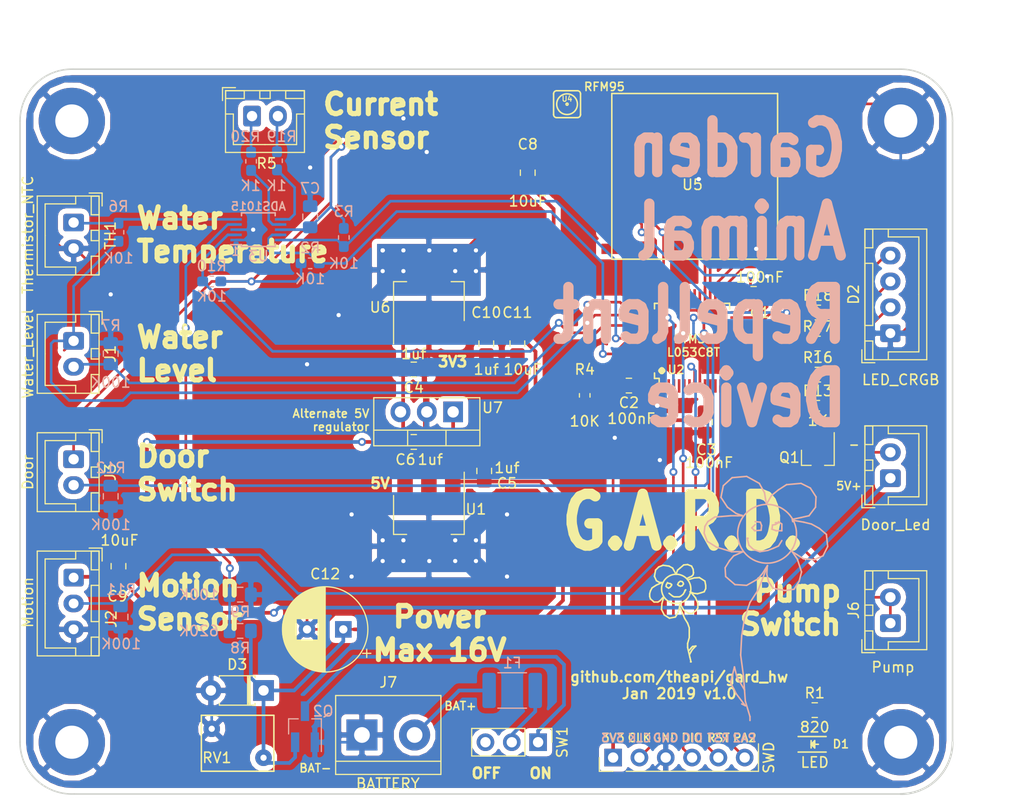
<source format=kicad_pcb>
(kicad_pcb (version 20171130) (host pcbnew 5.0.2-bee76a0~70~ubuntu16.04.1)
  (layers (0 F.Cu signal) (31 B.Cu signal) (34 B.Paste user) (35 F.Paste user) (36 B.SilkS user) (37 F.SilkS user) (38 B.Mask user) (39 F.Mask user) (44 Edge.Cuts user))
  (net 0 "")
  (net 1 Earth)
  (net 2 SWCLK)
  (net 3 SWDIO)
  (net 4 NRST)
  (net 5 "Net-(D1-Pad2)")
  (net 6 +3V3)
  (net 7 I2C1_SDA)
  (net 8 I2C1_SCL)
  (net 9 ADC_RDY)
  (net 10 ANT)
  (net 11 RFM_RST)
  (net 12 DIO0)
  (net 13 LED)
  (net 14 SPI2_NSS)
  (net 15 SPI2_SCK)
  (net 16 SPI2_MISO)
  (net 17 SPI2_MOSI)
  (net 18 /AIN3)
  (net 19 /BOOT0)
  (net 20 SENSOR_PWR)
  (net 21 WATER_LEVEL)
  (net 22 MOTION)
  (net 23 DOOR)
  (net 24 "Net-(J4-Pad2)")
  (net 25 PUMP)
  (net 26 USART2_TX)
  (net 27 "Net-(Q1-Pad1)")
  (net 28 WATER_TEMP)
  (net 29 DOOR_LED)
  (net 30 LED_RED)
  (net 31 LED_GREEN)
  (net 32 LED_BLUE)
  (net 33 +BATT)
  (net 34 +5V)
  (net 35 "Net-(D2-Pad2)")
  (net 36 "Net-(D2-Pad3)")
  (net 37 "Net-(D2-Pad4)")
  (net 38 /BATT)
  (net 39 "Net-(R20-Pad2)")
  (net 40 "Net-(R19-Pad2)")
  (net 41 "Net-(F1-Pad1)")
  (net 42 /AIN2)
  (net 43 /BATT_V)
  (net 44 "Net-(Q2-Pad3)")
  (net 45 "Net-(SW1-Pad3)")
  (net 46 "Net-(U2-Pad2)")
  (net 47 "Net-(U2-Pad3)")
  (net 48 "Net-(U2-Pad4)")
  (net 49 "Net-(U2-Pad5)")
  (net 50 "Net-(U2-Pad6)")
  (net 51 "Net-(U2-Pad10)")
  (net 52 "Net-(U2-Pad11)")
  (net 53 USART2_RX)
  (net 54 "Net-(U2-Pad14)")
  (net 55 "Net-(U2-Pad29)")
  (net 56 "Net-(U2-Pad30)")
  (net 57 "Net-(U2-Pad31)")
  (net 58 "Net-(U2-Pad40)")
  (net 59 "Net-(U2-Pad45)")
  (net 60 "Net-(U2-Pad46)")
  (net 61 "Net-(U5-Pad7)")
  (net 62 "Net-(U5-Pad11)")
  (net 63 "Net-(U5-Pad12)")
  (net 64 "Net-(U5-Pad15)")
  (net 65 "Net-(U5-Pad16)")
  (module theapi:SOT-223-3_TabPin2_heatsink (layer F.Cu) (at 124.46 95.52 270)
    (fp_text reference U1 (at -0.52 -4.54) (layer F.SilkS))
    (fp_text value MCP1703A-5002_SOT223)
    (pad 2 smd rect (at 3.05 0 270) (size 5 10) (layers F.Cu F.Paste F.Mask) (net 1 Earth))
    (pad 2 smd rect (at -3.15 0 270) (size 2 1.5) (layers F.Cu F.Paste F.Mask) (net 1 Earth))
    (pad 3 smd rect (at -3.15 2.3 270) (size 2 1.5) (layers F.Cu F.Paste F.Mask) (net 34 +5V))
    (pad 1 smd rect (at -3.15 -2.3 270) (size 2 1.5) (layers F.Cu F.Paste F.Mask) (net 38 /BATT))
    (pad 2 smd rect (at 3.05 0 270) (size 5 10) (layers B.Cu B.Paste B.Mask) (net 1 Earth))
  )
  (module Connector_JST:JST_XH_B04B-XH-A_1x04_P2.50mm_Vertical (layer F.Cu) (at 169 78 90)
    (fp_text reference D2 (at 3.75 -3.55 90) (layer F.SilkS))
    (fp_text value LED_CRGB (at -4.5 1 180) (layer F.SilkS))
    (pad 1 thru_hole roundrect (at 0 0 90) (size 1.7 1.95) (drill 0.95) (layers *.Cu *.Mask) (roundrect_rratio 0.147059) (net 1 Earth))
    (pad 2 thru_hole oval (at 2.5 0 90) (size 1.7 1.95) (drill 0.95) (layers *.Cu *.Mask) (net 35 "Net-(D2-Pad2)"))
    (pad 3 thru_hole oval (at 5 0 90) (size 1.7 1.95) (drill 0.95) (layers *.Cu *.Mask) (net 36 "Net-(D2-Pad3)"))
    (pad 4 thru_hole oval (at 7.5 0 90) (size 1.7 1.95) (drill 0.95) (layers *.Cu *.Mask) (net 37 "Net-(D2-Pad4)"))
  )
  (module Resistor_SMD:R_0603_1608Metric_Pad1.05x0.95mm_HandSolder (layer F.Cu) (at 139.5 84 270)
    (fp_text reference R4 (at -2.5 0) (layer F.SilkS))
    (fp_text value 10K (at 2.5 0) (layer F.SilkS))
    (pad 2 smd roundrect (at 0.875 0 270) (size 1.05 0.95) (layers F.Cu F.Paste F.Mask) (net 1 Earth))
    (pad 1 smd roundrect (at -0.875 0 270) (size 1.05 0.95) (layers F.Cu F.Paste F.Mask) (net 19 /BOOT0))
  )
  (module Resistor_SMD:R_1812_4532Metric_Pad1.30x3.40mm_HandSolder (layer B.Cu) (at 132.5 112.5 180)
    (fp_text reference F1 (at 0 2.65 180) (layer B.SilkS) (effects (justify mirror)))
    (fp_text value Polyfuse)
    (pad 1 smd roundrect (at -2.225 0 180) (size 1.3 3.4) (layers B.Cu B.Paste B.Mask) (roundrect_rratio 0.192308) (net 41 "Net-(F1-Pad1)"))
    (pad 2 smd roundrect (at 2.225 0 180) (size 1.3 3.4) (layers B.Cu B.Paste B.Mask) (roundrect_rratio 0.192308) (net 33 +BATT))
  )
  (module Package_TO_SOT_SMD:SOT-23_Handsoldering (layer B.Cu) (at 112.5 116 90)
    (fp_text reference Q2 (at 1.5 1.75 180) (layer B.SilkS) (effects (justify mirror)))
    (fp_text value Q_PMOS_GSD)
    (pad 1 smd rect (at -1.5 0.95 90) (size 1.9 0.8) (layers B.Cu B.Paste B.Mask) (net 1 Earth))
    (pad 2 smd rect (at -1.5 -0.95 90) (size 1.9 0.8) (layers B.Cu B.Paste B.Mask) (net 38 /BATT))
    (pad 3 smd rect (at 1.5 0 90) (size 1.9 0.8) (layers B.Cu B.Paste B.Mask) (net 44 "Net-(Q2-Pad3)"))
  )
  (module Housings_QFP:LQFP-48_7x7mm_Pitch0.5mm (layer F.Cu) (at 149.86 78.74 90)
    (fp_text reference U2 (at -2.785 -1.535 180) (layer F.SilkS) (effects (font (size 0.8 0.8))))
    (fp_text value STM32L053C8_LQFP48)
    (pad 1 smd rect (at -4.35 -2.75 90) (size 1.3 0.25) (layers F.Cu F.Paste F.Mask) (net 6 +3V3))
    (pad 2 smd rect (at -4.35 -2.25 90) (size 1.3 0.25) (layers F.Cu F.Paste F.Mask) (net 46 "Net-(U2-Pad2)"))
    (pad 3 smd rect (at -4.35 -1.75 90) (size 1.3 0.25) (layers F.Cu F.Paste F.Mask) (net 47 "Net-(U2-Pad3)"))
    (pad 4 smd rect (at -4.35 -1.25 90) (size 1.3 0.25) (layers F.Cu F.Paste F.Mask) (net 48 "Net-(U2-Pad4)"))
    (pad 5 smd rect (at -4.35 -0.75 90) (size 1.3 0.25) (layers F.Cu F.Paste F.Mask) (net 49 "Net-(U2-Pad5)"))
    (pad 6 smd rect (at -4.35 -0.25 90) (size 1.3 0.25) (layers F.Cu F.Paste F.Mask) (net 50 "Net-(U2-Pad6)"))
    (pad 7 smd rect (at -4.35 0.25 90) (size 1.3 0.25) (layers F.Cu F.Paste F.Mask) (net 4 NRST))
    (pad 8 smd rect (at -4.35 0.75 90) (size 1.3 0.25) (layers F.Cu F.Paste F.Mask) (net 1 Earth))
    (pad 9 smd rect (at -4.35 1.25 90) (size 1.3 0.25) (layers F.Cu F.Paste F.Mask) (net 6 +3V3))
    (pad 10 smd rect (at -4.35 1.75 90) (size 1.3 0.25) (layers F.Cu F.Paste F.Mask) (net 51 "Net-(U2-Pad10)"))
    (pad 11 smd rect (at -4.35 2.25 90) (size 1.3 0.25) (layers F.Cu F.Paste F.Mask) (net 52 "Net-(U2-Pad11)"))
    (pad 12 smd rect (at -4.35 2.75 90) (size 1.3 0.25) (layers F.Cu F.Paste F.Mask) (net 26 USART2_TX))
    (pad 13 smd rect (at -2.75 4.35 180) (size 1.3 0.25) (layers F.Cu F.Paste F.Mask) (net 53 USART2_RX))
    (pad 14 smd rect (at -2.25 4.35 180) (size 1.3 0.25) (layers F.Cu F.Paste F.Mask) (net 54 "Net-(U2-Pad14)"))
    (pad 15 smd rect (at -1.75 4.35 180) (size 1.3 0.25) (layers F.Cu F.Paste F.Mask) (net 13 LED))
    (pad 16 smd rect (at -1.25 4.35 180) (size 1.3 0.25) (layers F.Cu F.Paste F.Mask) (net 25 PUMP))
    (pad 17 smd rect (at -0.75 4.35 180) (size 1.3 0.25) (layers F.Cu F.Paste F.Mask) (net 29 DOOR_LED))
    (pad 18 smd rect (at -0.25 4.35 180) (size 1.3 0.25) (layers F.Cu F.Paste F.Mask) (net 30 LED_RED))
    (pad 19 smd rect (at 0.25 4.35 180) (size 1.3 0.25) (layers F.Cu F.Paste F.Mask) (net 31 LED_GREEN))
    (pad 20 smd rect (at 0.75 4.35 180) (size 1.3 0.25) (layers F.Cu F.Paste F.Mask) (net 32 LED_BLUE))
    (pad 21 smd rect (at 1.25 4.35 180) (size 1.3 0.25) (layers F.Cu F.Paste F.Mask) (net 12 DIO0))
    (pad 22 smd rect (at 1.75 4.35 180) (size 1.3 0.25) (layers F.Cu F.Paste F.Mask) (net 11 RFM_RST))
    (pad 23 smd rect (at 2.25 4.35 180) (size 1.3 0.25) (layers F.Cu F.Paste F.Mask) (net 1 Earth))
    (pad 24 smd rect (at 2.75 4.35 180) (size 1.3 0.25) (layers F.Cu F.Paste F.Mask) (net 6 +3V3))
    (pad 25 smd rect (at 4.35 2.75 90) (size 1.3 0.25) (layers F.Cu F.Paste F.Mask) (net 14 SPI2_NSS))
    (pad 26 smd rect (at 4.35 2.25 90) (size 1.3 0.25) (layers F.Cu F.Paste F.Mask) (net 15 SPI2_SCK))
    (pad 27 smd rect (at 4.35 1.75 90) (size 1.3 0.25) (layers F.Cu F.Paste F.Mask) (net 16 SPI2_MISO))
    (pad 28 smd rect (at 4.35 1.25 90) (size 1.3 0.25) (layers F.Cu F.Paste F.Mask) (net 17 SPI2_MOSI))
    (pad 29 smd rect (at 4.35 0.75 90) (size 1.3 0.25) (layers F.Cu F.Paste F.Mask) (net 55 "Net-(U2-Pad29)"))
    (pad 30 smd rect (at 4.35 0.25 90) (size 1.3 0.25) (layers F.Cu F.Paste F.Mask) (net 56 "Net-(U2-Pad30)"))
    (pad 31 smd rect (at 4.35 -0.25 90) (size 1.3 0.25) (layers F.Cu F.Paste F.Mask) (net 57 "Net-(U2-Pad31)"))
    (pad 32 smd rect (at 4.35 -0.75 90) (size 1.3 0.25) (layers F.Cu F.Paste F.Mask) (net 22 MOTION))
    (pad 33 smd rect (at 4.35 -1.25 90) (size 1.3 0.25) (layers F.Cu F.Paste F.Mask) (net 23 DOOR))
    (pad 34 smd rect (at 4.35 -1.75 90) (size 1.3 0.25) (layers F.Cu F.Paste F.Mask) (net 3 SWDIO))
    (pad 35 smd rect (at 4.35 -2.25 90) (size 1.3 0.25) (layers F.Cu F.Paste F.Mask) (net 1 Earth))
    (pad 36 smd rect (at 4.35 -2.75 90) (size 1.3 0.25) (layers F.Cu F.Paste F.Mask) (net 6 +3V3))
    (pad 37 smd rect (at 2.75 -4.35 180) (size 1.3 0.25) (layers F.Cu F.Paste F.Mask) (net 2 SWCLK))
    (pad 38 smd rect (at 2.25 -4.35 180) (size 1.3 0.25) (layers F.Cu F.Paste F.Mask) (net 21 WATER_LEVEL))
    (pad 39 smd rect (at 1.75 -4.35 180) (size 1.3 0.25) (layers F.Cu F.Paste F.Mask) (net 20 SENSOR_PWR))
    (pad 40 smd rect (at 1.25 -4.35 180) (size 1.3 0.25) (layers F.Cu F.Paste F.Mask) (net 58 "Net-(U2-Pad40)"))
    (pad 41 smd rect (at 0.75 -4.35 180) (size 1.3 0.25) (layers F.Cu F.Paste F.Mask) (net 9 ADC_RDY))
    (pad 42 smd rect (at 0.25 -4.35 180) (size 1.3 0.25) (layers F.Cu F.Paste F.Mask) (net 8 I2C1_SCL))
    (pad 43 smd rect (at -0.25 -4.35 180) (size 1.3 0.25) (layers F.Cu F.Paste F.Mask) (net 7 I2C1_SDA))
    (pad 44 smd rect (at -0.75 -4.35 180) (size 1.3 0.25) (layers F.Cu F.Paste F.Mask) (net 19 /BOOT0))
    (pad 45 smd rect (at -1.25 -4.35 180) (size 1.3 0.25) (layers F.Cu F.Paste F.Mask) (net 59 "Net-(U2-Pad45)"))
    (pad 46 smd rect (at -1.75 -4.35 180) (size 1.3 0.25) (layers F.Cu F.Paste F.Mask) (net 60 "Net-(U2-Pad46)"))
    (pad 47 smd rect (at -2.25 -4.35 180) (size 1.3 0.25) (layers F.Cu F.Paste F.Mask) (net 1 Earth))
    (pad 48 smd rect (at -2.75 -4.35 180) (size 1.3 0.25) (layers F.Cu F.Paste F.Mask) (net 6 +3V3))
  )
  (module theapi:Pin_Header_Straight_1x06_Pitch2.54mm (layer F.Cu) (at 142.24 118.98 90)
    (fp_text reference P1 hide)
    (fp_text value SWD (at 0 15.03 90) (layer F.SilkS))
    (pad 1 thru_hole rect (at 0 0 90) (size 1.7 1.7) (drill 1) (layers *.Cu *.Mask) (net 6 +3V3))
    (pad 2 thru_hole oval (at 0 2.54 90) (size 1.7 1.7) (drill 1) (layers *.Cu *.Mask) (net 2 SWCLK))
    (pad 3 thru_hole oval (at 0 5.08 90) (size 1.7 1.7) (drill 1) (layers *.Cu *.Mask) (net 1 Earth))
    (pad 4 thru_hole oval (at 0 7.62 90) (size 1.7 1.7) (drill 1) (layers *.Cu *.Mask) (net 3 SWDIO))
    (pad 5 thru_hole oval (at 0 10.16 90) (size 1.7 1.7) (drill 1) (layers *.Cu *.Mask) (net 4 NRST))
    (pad 6 thru_hole oval (at 0 12.7 90) (size 1.7 1.7) (drill 1) (layers *.Cu *.Mask) (net 26 USART2_TX))
  )
  (module kicad:RFM92_95_96_98 (layer F.Cu) (at 158.115 69.85 180)
    (fp_text reference U5 (at 8.215 6.19 180) (layer F.SilkS))
    (fp_text value RFM92/95 hide)
    (pad 1 smd rect (at 0 0 180) (size 2 1) (layers F.Cu F.Paste F.Mask) (net 1 Earth))
    (pad 2 smd rect (at 0 2 180) (size 2 1) (layers F.Cu F.Paste F.Mask) (net 16 SPI2_MISO))
    (pad 3 smd rect (at 0 4 180) (size 2 1) (layers F.Cu F.Paste F.Mask) (net 17 SPI2_MOSI))
    (pad 4 smd rect (at 0 6 180) (size 2 1) (layers F.Cu F.Paste F.Mask) (net 15 SPI2_SCK))
    (pad 5 smd rect (at 0 8 180) (size 2 1) (layers F.Cu F.Paste F.Mask) (net 14 SPI2_NSS))
    (pad 6 smd rect (at 0 10 180) (size 2 1) (layers F.Cu F.Paste F.Mask) (net 11 RFM_RST))
    (pad 7 smd rect (at 0 12 180) (size 2 1) (layers F.Cu F.Paste F.Mask) (net 61 "Net-(U5-Pad7)"))
    (pad 8 smd rect (at 0 14 180) (size 2 1) (layers F.Cu F.Paste F.Mask) (net 1 Earth))
    (pad 9 smd rect (at 16 14 180) (size 2 1) (layers F.Cu F.Paste F.Mask) (net 10 ANT))
    (pad 10 smd rect (at 16 12 180) (size 2 1) (layers F.Cu F.Paste F.Mask) (net 1 Earth))
    (pad 11 smd rect (at 16 10 180) (size 2 1) (layers F.Cu F.Paste F.Mask) (net 62 "Net-(U5-Pad11)"))
    (pad 12 smd rect (at 16 8 180) (size 2 1) (layers F.Cu F.Paste F.Mask) (net 63 "Net-(U5-Pad12)"))
    (pad 13 smd rect (at 16 6 180) (size 2 1) (layers F.Cu F.Paste F.Mask) (net 6 +3V3))
    (pad 14 smd rect (at 16 4 180) (size 2 1) (layers F.Cu F.Paste F.Mask) (net 12 DIO0))
    (pad 15 smd rect (at 16 2 180) (size 2 1) (layers F.Cu F.Paste F.Mask) (net 64 "Net-(U5-Pad15)"))
    (pad 16 smd rect (at 16 0 180) (size 2 1) (layers F.Cu F.Paste F.Mask) (net 65 "Net-(U5-Pad16)"))
  )
  (module LEDs:LED_0805 (layer F.Cu) (at 161.7 117.7)
    (fp_text reference D1 (at 2.52 -0.02) (layer F.SilkS) (effects (font (size 0.8 0.8))))
    (fp_text value LED (at 0 1.75) (layer F.SilkS))
    (pad 2 smd rect (at 1.04902 0 180) (size 1.19888 1.19888) (layers F.Cu F.Paste F.Mask) (net 5 "Net-(D1-Pad2)"))
    (pad 1 smd rect (at -1.04902 0 180) (size 1.19888 1.19888) (layers F.Cu F.Paste F.Mask) (net 1 Earth))
  )
  (module theapi:coaxial_u.fl-r-smt-1 (layer F.Cu) (at 137.795 55.88 90)
    (fp_text reference U4 (at 0.508 0 180) (layer F.SilkS) (effects (font (size 0.5 0.5) (thickness 0.1))))
    (fp_text value UFL_SMA)
    (pad 2 smd rect (at -1.475 0 90) (size 1.05 2.2) (layers F.Cu F.Paste F.Mask) (net 1 Earth))
    (pad 2 smd rect (at 1.475 0 90) (size 1.05 2.2) (layers F.Cu F.Paste F.Mask) (net 1 Earth))
    (pad 1 smd rect (at 0 2.032 90) (size 1 2) (layers F.Cu F.Paste F.Mask) (net 10 ANT))
  )
  (module Connector_JST:JST_XH_B02B-XH-A_1x02_P2.50mm_Vertical (layer F.Cu) (at 90.17 78.74 270)
    (fp_text reference J1 (at 1.25 -3.55 270) (layer F.SilkS))
    (fp_text value Water_Level (at 1.25 4.42 270) (layer F.SilkS))
    (pad 1 thru_hole roundrect (at 0 0 270) (size 1.7 2) (drill 1) (layers *.Cu *.Mask) (roundrect_rratio 0.147059) (net 20 SENSOR_PWR))
    (pad 2 thru_hole oval (at 2.5 0 270) (size 1.7 2) (drill 1) (layers *.Cu *.Mask) (net 21 WATER_LEVEL))
  )
  (module Connector_JST:JST_XH_B03B-XH-A_1x03_P2.50mm_Vertical (layer F.Cu) (at 90.17 101.6 270)
    (fp_text reference J2 (at 4 -3.63 270) (layer F.SilkS))
    (fp_text value Motion (at 2.4 4.42 270) (layer F.SilkS))
    (pad 1 thru_hole roundrect (at 0 0 270) (size 1.7 1.95) (drill 0.95) (layers *.Cu *.Mask) (roundrect_rratio 0.147059) (net 34 +5V))
    (pad 2 thru_hole oval (at 2.5 0 270) (size 1.7 1.95) (drill 0.95) (layers *.Cu *.Mask) (net 22 MOTION))
    (pad 3 thru_hole oval (at 5 0 270) (size 1.7 1.95) (drill 0.95) (layers *.Cu *.Mask) (net 1 Earth))
  )
  (module Connector_JST:JST_XH_B02B-XH-A_1x02_P2.50mm_Vertical (layer F.Cu) (at 90.17 90.17 270)
    (fp_text reference J3 (at 1.25 -3.55 270) (layer F.SilkS))
    (fp_text value Door (at 1.25 4.42 270) (layer F.SilkS))
    (pad 1 thru_hole roundrect (at 0 0 270) (size 1.7 2) (drill 1) (layers *.Cu *.Mask) (roundrect_rratio 0.147059) (net 6 +3V3))
    (pad 2 thru_hole oval (at 2.5 0 270) (size 1.7 2) (drill 1) (layers *.Cu *.Mask) (net 23 DOOR))
  )
  (module Connector_JST:JST_XH_B02B-XH-A_1x02_P2.50mm_Vertical (layer F.Cu) (at 169 92 90)
    (fp_text reference J4)
    (fp_text value Door_Led (at -4.5 0.5 180) (layer F.SilkS))
    (pad 1 thru_hole roundrect (at 0 0 90) (size 1.7 2) (drill 1) (layers *.Cu *.Mask) (roundrect_rratio 0.147059) (net 34 +5V))
    (pad 2 thru_hole oval (at 2.5 0 90) (size 1.7 2) (drill 1) (layers *.Cu *.Mask) (net 24 "Net-(J4-Pad2)"))
  )
  (module Package_TO_SOT_SMD:SOT-23_Handsoldering (layer F.Cu) (at 162 90 270)
    (fp_text reference Q1 (at 0 2.75) (layer F.SilkS))
    (fp_text value Q_NMOS_GSD)
    (pad 1 smd rect (at -1.5 -0.95 270) (size 1.9 0.8) (layers F.Cu F.Paste F.Mask) (net 27 "Net-(Q1-Pad1)"))
    (pad 2 smd rect (at -1.5 0.95 270) (size 1.9 0.8) (layers F.Cu F.Paste F.Mask) (net 1 Earth))
    (pad 3 smd rect (at 1.5 0 270) (size 1.9 0.8) (layers F.Cu F.Paste F.Mask) (net 24 "Net-(J4-Pad2)"))
  )
  (module Resistor_SMD:R_0603_1608Metric_Pad1.05x0.95mm_HandSolder (layer B.Cu) (at 113 71.25)
    (fp_text reference R2 (at 0 -1.5) (layer B.SilkS) (effects (justify mirror)))
    (fp_text value 10K (at 0 1.5) (layer B.SilkS) (effects (justify mirror)))
    (pad 1 smd roundrect (at -0.875 0) (size 1.05 0.95) (layers B.Cu B.Paste B.Mask) (net 6 +3V3))
    (pad 2 smd roundrect (at 0.875 0) (size 1.05 0.95) (layers B.Cu B.Paste B.Mask) (net 7 I2C1_SDA))
  )
  (module Resistor_SMD:R_0603_1608Metric_Pad1.05x0.95mm_HandSolder (layer B.Cu) (at 116.25 68.75 270)
    (fp_text reference R3 (at -2.5 0) (layer B.SilkS) (effects (justify mirror)))
    (fp_text value 10K (at 2.5 0) (layer B.SilkS) (effects (justify mirror)))
    (pad 2 smd roundrect (at 0.875 0 270) (size 1.05 0.95) (layers B.Cu B.Paste B.Mask) (net 8 I2C1_SCL))
    (pad 1 smd roundrect (at -0.875 0 270) (size 1.05 0.95) (layers B.Cu B.Paste B.Mask) (net 6 +3V3))
  )
  (module Resistor_SMD:R_0603_1608Metric_Pad1.05x0.95mm_HandSolder (layer B.Cu) (at 94.5 68.25 90)
    (fp_text reference R6 (at 2.5 0 180) (layer B.SilkS) (effects (justify mirror)))
    (fp_text value 10K (at -2.5 0 180) (layer B.SilkS) (effects (justify mirror)))
    (pad 1 smd roundrect (at -0.875 0 90) (size 1.05 0.95) (layers B.Cu B.Paste B.Mask) (net 20 SENSOR_PWR))
    (pad 2 smd roundrect (at 0.875 0 90) (size 1.05 0.95) (layers B.Cu B.Paste B.Mask) (net 28 WATER_TEMP))
  )
  (module Resistor_SMD:R_0805_2012Metric_Pad1.15x1.40mm_HandSolder (layer B.Cu) (at 93.75 79.975 90)
    (fp_text reference R7 (at 2.725 0 180) (layer B.SilkS) (effects (justify mirror)))
    (fp_text value 100K (at -2.775 0 180) (layer B.SilkS) (effects (justify mirror)))
    (pad 2 smd roundrect (at 1.025 0 90) (size 1.15 1.4) (layers B.Cu B.Paste B.Mask) (roundrect_rratio 0.217391) (net 1 Earth))
    (pad 1 smd roundrect (at -1.025 0 90) (size 1.15 1.4) (layers B.Cu B.Paste B.Mask) (roundrect_rratio 0.217391) (net 21 WATER_LEVEL))
  )
  (module Resistor_SMD:R_0805_2012Metric_Pad1.15x1.40mm_HandSolder (layer B.Cu) (at 106.25 103.25)
    (fp_text reference R9 (at 0 1.65) (layer B.SilkS) (effects (justify mirror)))
    (fp_text value 100K (at -4 0) (layer B.SilkS) (effects (justify mirror)))
    (pad 1 smd roundrect (at -1.025 0) (size 1.15 1.4) (layers B.Cu B.Paste B.Mask) (roundrect_rratio 0.217391) (net 43 /BATT_V))
    (pad 2 smd roundrect (at 1.025 0) (size 1.15 1.4) (layers B.Cu B.Paste B.Mask) (roundrect_rratio 0.217391) (net 1 Earth))
  )
  (module Resistor_SMD:R_0603_1608Metric_Pad1.05x0.95mm_HandSolder (layer B.Cu) (at 103.5 73 180)
    (fp_text reference R10 (at 0 1.5 180) (layer B.SilkS) (effects (justify mirror)))
    (fp_text value 10K (at 0 -1.43 180) (layer B.SilkS) (effects (justify mirror)))
    (pad 1 smd roundrect (at -0.875 0 180) (size 1.05 0.95) (layers B.Cu B.Paste B.Mask) (net 6 +3V3))
    (pad 2 smd roundrect (at 0.875 0 180) (size 1.05 0.95) (layers B.Cu B.Paste B.Mask) (net 9 ADC_RDY))
  )
  (module Resistor_SMD:R_0805_2012Metric_Pad1.15x1.40mm_HandSolder (layer B.Cu) (at 94.7 105.4 270)
    (fp_text reference R11 (at -2.65 -0.05) (layer B.SilkS) (effects (justify mirror)))
    (fp_text value 100K (at 2.6 -0.05) (layer B.SilkS) (effects (justify mirror)))
    (pad 2 smd roundrect (at 1.025 0 270) (size 1.15 1.4) (layers B.Cu B.Paste B.Mask) (roundrect_rratio 0.217391) (net 1 Earth))
    (pad 1 smd roundrect (at -1.025 0 270) (size 1.15 1.4) (layers B.Cu B.Paste B.Mask) (roundrect_rratio 0.217391) (net 22 MOTION))
  )
  (module Resistor_SMD:R_0805_2012Metric_Pad1.15x1.40mm_HandSolder (layer B.Cu) (at 93.75 93.75 270)
    (fp_text reference R12 (at -2.75 0) (layer B.SilkS) (effects (justify mirror)))
    (fp_text value 100K (at 2.75 0) (layer B.SilkS) (effects (justify mirror)))
    (pad 1 smd roundrect (at -1.025 0 270) (size 1.15 1.4) (layers B.Cu B.Paste B.Mask) (roundrect_rratio 0.217391) (net 23 DOOR))
    (pad 2 smd roundrect (at 1.025 0 270) (size 1.15 1.4) (layers B.Cu B.Paste B.Mask) (roundrect_rratio 0.217391) (net 1 Earth))
  )
  (module Resistor_SMD:R_0603_1608Metric_Pad1.05x0.95mm_HandSolder (layer F.Cu) (at 162 85)
    (fp_text reference R13 (at 0 -1.43) (layer F.SilkS))
    (fp_text value 1K (at 0 1.43) (layer F.SilkS))
    (pad 2 smd roundrect (at 0.875 0) (size 1.05 0.95) (layers F.Cu F.Paste F.Mask) (net 27 "Net-(Q1-Pad1)"))
    (pad 1 smd roundrect (at -0.875 0) (size 1.05 0.95) (layers F.Cu F.Paste F.Mask) (net 29 DOOR_LED))
  )
  (module Resistor_SMD:R_0805_2012Metric_Pad1.15x1.40mm_HandSolder (layer F.Cu) (at 162 82)
    (fp_text reference R16 (at 0 -1.65) (layer F.SilkS))
    (fp_text value 820)
    (pad 2 smd roundrect (at 1.025 0) (size 1.15 1.4) (layers F.Cu F.Paste F.Mask) (roundrect_rratio 0.217391) (net 35 "Net-(D2-Pad2)"))
    (pad 1 smd roundrect (at -1.025 0) (size 1.15 1.4) (layers F.Cu F.Paste F.Mask) (roundrect_rratio 0.217391) (net 30 LED_RED))
  )
  (module Resistor_SMD:R_0805_2012Metric_Pad1.15x1.40mm_HandSolder (layer F.Cu) (at 161.975 79)
    (fp_text reference R17 (at 0 -1.65) (layer F.SilkS))
    (fp_text value 820)
    (pad 1 smd roundrect (at -1.025 0) (size 1.15 1.4) (layers F.Cu F.Paste F.Mask) (roundrect_rratio 0.217391) (net 31 LED_GREEN))
    (pad 2 smd roundrect (at 1.025 0) (size 1.15 1.4) (layers F.Cu F.Paste F.Mask) (roundrect_rratio 0.217391) (net 36 "Net-(D2-Pad3)"))
  )
  (module Resistor_SMD:R_0805_2012Metric_Pad1.15x1.40mm_HandSolder (layer F.Cu) (at 162 76)
    (fp_text reference R18 (at 0 -1.65) (layer F.SilkS))
    (fp_text value 820)
    (pad 1 smd roundrect (at -1.025 0) (size 1.15 1.4) (layers F.Cu F.Paste F.Mask) (roundrect_rratio 0.217391) (net 32 LED_BLUE))
    (pad 2 smd roundrect (at 1.025 0) (size 1.15 1.4) (layers F.Cu F.Paste F.Mask) (roundrect_rratio 0.217391) (net 37 "Net-(D2-Pad4)"))
  )
  (module Connector_JST:JST_XH_B02B-XH-A_1x02_P2.50mm_Vertical (layer F.Cu) (at 90.17 67.31 270)
    (fp_text reference TH1 (at 1.25 -3.55 270) (layer F.SilkS))
    (fp_text value Thermistor_NTC (at 1.19 4.42 270) (layer F.SilkS))
    (pad 2 thru_hole oval (at 2.5 0 270) (size 1.7 2) (drill 1) (layers *.Cu *.Mask) (net 1 Earth))
    (pad 1 thru_hole roundrect (at 0 0 270) (size 1.7 2) (drill 1) (layers *.Cu *.Mask) (roundrect_rratio 0.147059) (net 28 WATER_TEMP))
  )
  (module Resistor_SMD:R_0805_2012Metric_Pad1.15x1.40mm_HandSolder (layer F.Cu) (at 161.7 114.4)
    (fp_text reference R1 (at 0 -1.65) (layer F.SilkS))
    (fp_text value 820 (at 0 1.65) (layer F.SilkS))
    (pad 2 smd roundrect (at 1.025 0) (size 1.15 1.4) (layers F.Cu F.Paste F.Mask) (roundrect_rratio 0.217391) (net 5 "Net-(D1-Pad2)"))
    (pad 1 smd roundrect (at -1.025 0) (size 1.15 1.4) (layers F.Cu F.Paste F.Mask) (roundrect_rratio 0.217391) (net 13 LED))
  )
  (module Resistor_SMD:R_0805_2012Metric_Pad1.15x1.40mm_HandSolder (layer B.Cu) (at 106.25 106.75)
    (fp_text reference R8 (at 0 1.65) (layer B.SilkS) (effects (justify mirror)))
    (fp_text value 620K (at -4 0) (layer B.SilkS) (effects (justify mirror)))
    (pad 2 smd roundrect (at 1.025 0) (size 1.15 1.4) (layers B.Cu B.Paste B.Mask) (roundrect_rratio 0.217391) (net 38 /BATT))
    (pad 1 smd roundrect (at -1.025 0) (size 1.15 1.4) (layers B.Cu B.Paste B.Mask) (roundrect_rratio 0.217391) (net 43 /BATT_V))
  )
  (module Connector_JST:JST_XH_B02B-XH-A_1x02_P2.50mm_Vertical (layer F.Cu) (at 107.39 57.03)
    (fp_text reference R5 (at 1.41 4.57) (layer F.SilkS))
    (fp_text value 0.01R)
    (pad 1 thru_hole roundrect (at 0 0) (size 1.7 2) (drill 1) (layers *.Cu *.Mask) (roundrect_rratio 0.147059) (net 39 "Net-(R20-Pad2)"))
    (pad 2 thru_hole oval (at 2.5 0) (size 1.7 2) (drill 1) (layers *.Cu *.Mask) (net 40 "Net-(R19-Pad2)"))
  )
  (module MountingHole:MountingHole_3.2mm_M3_Pad (layer F.Cu) (at 90 57.5)
    (fp_text reference H1)
    (fp_text value MountingHole_Pad)
    (pad 1 thru_hole circle (at 0 0) (size 6.4 6.4) (drill 3.2) (layers *.Cu *.Mask) (net 1 Earth))
  )
  (module MountingHole:MountingHole_3.2mm_M3_Pad (layer F.Cu) (at 90 117.5)
    (fp_text reference H2)
    (fp_text value MountingHole_Pad)
    (pad 1 thru_hole circle (at 0 0) (size 6.4 6.4) (drill 3.2) (layers *.Cu *.Mask) (net 1 Earth))
  )
  (module MountingHole:MountingHole_3.2mm_M3_Pad (layer F.Cu) (at 170 57.5)
    (fp_text reference H3)
    (fp_text value MountingHole_Pad)
    (pad 1 thru_hole circle (at 0 0) (size 6.4 6.4) (drill 3.2) (layers *.Cu *.Mask) (net 1 Earth))
  )
  (module MountingHole:MountingHole_3.2mm_M3_Pad (layer F.Cu) (at 170 117.5)
    (fp_text reference H4)
    (fp_text value MountingHole_Pad)
    (pad 1 thru_hole circle (at 0 0) (size 6.4 6.4) (drill 3.2) (layers *.Cu *.Mask) (net 1 Earth))
  )
  (module Capacitor_SMD:C_0805_2012Metric_Pad1.15x1.40mm_HandSolder (layer F.Cu) (at 155.8 74.2)
    (fp_text reference C1 (at 0.6 1.8) (layer F.SilkS))
    (fp_text value 100nF (at 0.6 -1.6) (layer F.SilkS))
    (pad 1 smd roundrect (at -1.025 0) (size 1.15 1.4) (layers F.Cu F.Paste F.Mask) (roundrect_rratio 0.217391) (net 6 +3V3))
    (pad 2 smd roundrect (at 1.025 0) (size 1.15 1.4) (layers F.Cu F.Paste F.Mask) (roundrect_rratio 0.217391) (net 1 Earth))
  )
  (module Capacitor_SMD:C_0805_2012Metric_Pad1.15x1.40mm_HandSolder (layer F.Cu) (at 143.764 83.058 180)
    (fp_text reference C2 (at 0 -1.65 180) (layer F.SilkS))
    (fp_text value 100nF (at -0.236 -3.192 180) (layer F.SilkS))
    (pad 2 smd roundrect (at 1.025 0 180) (size 1.15 1.4) (layers F.Cu F.Paste F.Mask) (roundrect_rratio 0.217391) (net 1 Earth))
    (pad 1 smd roundrect (at -1.025 0 180) (size 1.15 1.4) (layers F.Cu F.Paste F.Mask) (roundrect_rratio 0.217391) (net 6 +3V3))
  )
  (module Capacitor_SMD:C_0805_2012Metric_Pad1.15x1.40mm_HandSolder (layer F.Cu) (at 151.1 86.575 270)
    (fp_text reference C3 (at 2.675 -0.15) (layer F.SilkS))
    (fp_text value 100nF (at 3.925 -0.4) (layer F.SilkS))
    (pad 1 smd roundrect (at -1.025 0 270) (size 1.15 1.4) (layers F.Cu F.Paste F.Mask) (roundrect_rratio 0.217391) (net 6 +3V3))
    (pad 2 smd roundrect (at 1.025 0 270) (size 1.15 1.4) (layers F.Cu F.Paste F.Mask) (roundrect_rratio 0.217391) (net 1 Earth))
  )
  (module Capacitor_SMD:C_0805_2012Metric_Pad1.15x1.40mm_HandSolder (layer F.Cu) (at 123 81.5)
    (fp_text reference C4 (at 0 1.75 180) (layer F.SilkS))
    (fp_text value 1uf (at 0 -1.5) (layer F.SilkS))
    (pad 1 smd roundrect (at -1.025 0) (size 1.15 1.4) (layers F.Cu F.Paste F.Mask) (roundrect_rratio 0.217391) (net 34 +5V))
    (pad 2 smd roundrect (at 1.025 0) (size 1.15 1.4) (layers F.Cu F.Paste F.Mask) (roundrect_rratio 0.217391) (net 1 Earth))
  )
  (module Capacitor_SMD:C_0805_2012Metric_Pad1.15x1.40mm_HandSolder (layer F.Cu) (at 129.8 91.3 90)
    (fp_text reference C5 (at -1.2 2.2 180) (layer F.SilkS))
    (fp_text value 1uf (at 0.3 2.2 180) (layer F.SilkS))
    (pad 1 smd roundrect (at -1.025 0 90) (size 1.15 1.4) (layers F.Cu F.Paste F.Mask) (roundrect_rratio 0.217391) (net 38 /BATT))
    (pad 2 smd roundrect (at 1.025 0 90) (size 1.15 1.4) (layers F.Cu F.Paste F.Mask) (roundrect_rratio 0.217391) (net 1 Earth))
  )
  (module Capacitor_SMD:C_0805_2012Metric_Pad1.15x1.40mm_HandSolder (layer F.Cu) (at 123 88.5)
    (fp_text reference C6 (at -0.8 1.7) (layer F.SilkS))
    (fp_text value 1uf (at 1.6 1.7) (layer F.SilkS))
    (pad 2 smd roundrect (at 1.025 0) (size 1.15 1.4) (layers F.Cu F.Paste F.Mask) (roundrect_rratio 0.217391) (net 1 Earth))
    (pad 1 smd roundrect (at -1.025 0) (size 1.15 1.4) (layers F.Cu F.Paste F.Mask) (roundrect_rratio 0.217391) (net 34 +5V))
  )
  (module Capacitor_SMD:C_0805_2012Metric_Pad1.15x1.40mm_HandSolder (layer B.Cu) (at 113 66.75 90)
    (fp_text reference C7 (at 2.75 0 180) (layer B.SilkS) (effects (justify mirror)))
    (fp_text value 10uF)
    (pad 1 smd roundrect (at -1.025 0 90) (size 1.15 1.4) (layers B.Cu B.Paste B.Mask) (roundrect_rratio 0.217391) (net 6 +3V3))
    (pad 2 smd roundrect (at 1.025 0 90) (size 1.15 1.4) (layers B.Cu B.Paste B.Mask) (roundrect_rratio 0.217391) (net 1 Earth))
  )
  (module Capacitor_SMD:C_0805_2012Metric_Pad1.15x1.40mm_HandSolder (layer F.Cu) (at 134 62.5 90)
    (fp_text reference C8 (at 2.75 0 180) (layer F.SilkS))
    (fp_text value 10uF (at -2.75 0 180) (layer F.SilkS))
    (pad 1 smd roundrect (at -1.025 0 90) (size 1.15 1.4) (layers F.Cu F.Paste F.Mask) (roundrect_rratio 0.217391) (net 6 +3V3))
    (pad 2 smd roundrect (at 1.025 0 90) (size 1.15 1.4) (layers F.Cu F.Paste F.Mask) (roundrect_rratio 0.217391) (net 1 Earth))
  )
  (module Capacitor_SMD:C_0805_2012Metric_Pad1.15x1.40mm_HandSolder (layer F.Cu) (at 130 79 270)
    (fp_text reference C10 (at -3 0) (layer F.SilkS))
    (fp_text value 1uf (at 2.5 0) (layer F.SilkS))
    (pad 2 smd roundrect (at 1.025 0 270) (size 1.15 1.4) (layers F.Cu F.Paste F.Mask) (roundrect_rratio 0.217391) (net 1 Earth))
    (pad 1 smd roundrect (at -1.025 0 270) (size 1.15 1.4) (layers F.Cu F.Paste F.Mask) (roundrect_rratio 0.217391) (net 6 +3V3))
  )
  (module Capacitor_SMD:C_0805_2012Metric_Pad1.15x1.40mm_HandSolder (layer F.Cu) (at 133 79 270)
    (fp_text reference C11 (at -3 0) (layer F.SilkS))
    (fp_text value 10uF (at 2.5 -0.5) (layer F.SilkS))
    (pad 2 smd roundrect (at 1.025 0 270) (size 1.15 1.4) (layers F.Cu F.Paste F.Mask) (roundrect_rratio 0.217391) (net 1 Earth))
    (pad 1 smd roundrect (at -1.025 0 270) (size 1.15 1.4) (layers F.Cu F.Paste F.Mask) (roundrect_rratio 0.217391) (net 6 +3V3))
  )
  (module TerminalBlock:TerminalBlock_bornier-2_P5.08mm (layer F.Cu) (at 118 116.8)
    (fp_text reference J7 (at 2.54 -5.08) (layer F.SilkS))
    (fp_text value BATTERY (at 2.5 4.7) (layer F.SilkS))
    (pad 1 thru_hole rect (at 0 0) (size 3 3) (drill 1.52) (layers *.Cu *.Mask) (net 1 Earth))
    (pad 2 thru_hole circle (at 5.08 0) (size 3 3) (drill 1.52) (layers *.Cu *.Mask) (net 33 +BATT))
  )
  (module Capacitor_THT:CP_Radial_D8.0mm_P3.50mm (layer F.Cu) (at 116.2 106.6 180)
    (fp_text reference C12 (at 1.75 5.35 180) (layer F.SilkS))
    (fp_text value CP)
    (pad 1 thru_hole rect (at 0 0 180) (size 1.6 1.6) (drill 0.8) (layers *.Cu *.Mask) (net 38 /BATT))
    (pad 2 thru_hole circle (at 3.5 0 180) (size 1.6 1.6) (drill 0.8) (layers *.Cu *.Mask) (net 1 Earth))
  )
  (module Connector_JST:JST_XH_B02B-XH-A_1x02_P2.50mm_Vertical (layer F.Cu) (at 169 106 90)
    (fp_text reference J6 (at 1.25 -3.55 90) (layer F.SilkS))
    (fp_text value Pump (at -4.25 0.25 180) (layer F.SilkS))
    (pad 1 thru_hole roundrect (at 0 0 90) (size 1.7 2) (drill 1) (layers *.Cu *.Mask) (roundrect_rratio 0.147059) (net 25 PUMP))
    (pad 2 thru_hole oval (at 2.5 0 90) (size 1.7 2) (drill 1) (layers *.Cu *.Mask) (net 25 PUMP))
  )
  (module Diode_THT:D_T-1_P5.08mm_Horizontal (layer F.Cu) (at 108.5 112.5 180)
    (fp_text reference D3 (at 2.54 2.5 180) (layer F.SilkS))
    (fp_text value 16V)
    (pad 1 thru_hole rect (at 0 0 180) (size 2 2) (drill 1) (layers *.Cu *.Mask) (net 38 /BATT))
    (pad 2 thru_hole oval (at 5.08 0 180) (size 2 2) (drill 1) (layers *.Cu *.Mask) (net 1 Earth))
  )
  (module Resistor_SMD:R_0603_1608Metric_Pad1.05x0.95mm_HandSolder (layer B.Cu) (at 109.8 61.35 90)
    (fp_text reference R19 (at 2.35 0.45 180) (layer B.SilkS) (effects (justify mirror)))
    (fp_text value 1K (at -2.4 -0.05 180) (layer B.SilkS) (effects (justify mirror)))
    (pad 2 smd roundrect (at 0.875 0 90) (size 1.05 0.95) (layers B.Cu B.Paste B.Mask) (net 40 "Net-(R19-Pad2)"))
    (pad 1 smd roundrect (at -0.875 0 90) (size 1.05 0.95) (layers B.Cu B.Paste B.Mask) (net 42 /AIN2))
  )
  (module Resistor_SMD:R_0603_1608Metric_Pad1.05x0.95mm_HandSolder (layer B.Cu) (at 107.3 61.4 90)
    (fp_text reference R20 (at 2.4 -0.55 180) (layer B.SilkS) (effects (justify mirror)))
    (fp_text value 1K (at -2.35 -0.05 180) (layer B.SilkS) (effects (justify mirror)))
    (pad 1 smd roundrect (at -0.875 0 90) (size 1.05 0.95) (layers B.Cu B.Paste B.Mask) (net 18 /AIN3))
    (pad 2 smd roundrect (at 0.875 0 90) (size 1.05 0.95) (layers B.Cu B.Paste B.Mask) (net 39 "Net-(R20-Pad2)"))
  )
  (module theapi:TSSOP-10_3x3mm_P0.5mm (layer B.Cu) (at 108 68)
    (fp_text reference U3 (at 0 2.55) (layer B.SilkS) (effects (justify mirror)))
    (fp_text value ADS1015)
    (pad 1 smd rect (at -2.15 1) (size 1.1 0.25) (layers B.Cu B.Paste B.Mask) (net 1 Earth))
    (pad 2 smd rect (at -2.15 0.5) (size 1.1 0.25) (layers B.Cu B.Paste B.Mask) (net 9 ADC_RDY))
    (pad 3 smd rect (at -2.15 0) (size 1.1 0.25) (layers B.Cu B.Paste B.Mask) (net 1 Earth))
    (pad 4 smd rect (at -2.15 -0.5) (size 1.1 0.25) (layers B.Cu B.Paste B.Mask) (net 43 /BATT_V))
    (pad 5 smd rect (at -2.15 -1) (size 1.1 0.25) (layers B.Cu B.Paste B.Mask) (net 28 WATER_TEMP))
    (pad 6 smd rect (at 2.15 -1) (size 1.1 0.25) (layers B.Cu B.Paste B.Mask) (net 42 /AIN2))
    (pad 7 smd rect (at 2.15 -0.5) (size 1.1 0.25) (layers B.Cu B.Paste B.Mask) (net 18 /AIN3))
    (pad 8 smd rect (at 2.15 0) (size 1.1 0.25) (layers B.Cu B.Paste B.Mask) (net 6 +3V3))
    (pad 9 smd rect (at 2.15 0.5) (size 1.1 0.25) (layers B.Cu B.Paste B.Mask) (net 7 I2C1_SDA))
    (pad 10 smd rect (at 2.15 1) (size 1.1 0.25) (layers B.Cu B.Paste B.Mask) (net 8 I2C1_SCL))
  )
  (module Varistor:RV_Disc_D7mm_W5.4mm_P5mm (layer F.Cu) (at 108.5 119 180)
    (fp_text reference RV1 (at 4.5 0 180) (layer F.SilkS))
    (fp_text value 18V)
    (pad 1 thru_hole circle (at 0 0 180) (size 1.6 1.6) (drill 0.6) (layers *.Cu *.Mask) (net 38 /BATT))
    (pad 2 thru_hole circle (at 5 2.8 180) (size 1.6 1.6) (drill 0.6) (layers *.Cu *.Mask) (net 1 Earth))
  )
  (module Capacitor_SMD:C_0805_2012Metric_Pad1.15x1.40mm_HandSolder (layer F.Cu) (at 94.5 100.5 90)
    (fp_text reference C9 (at -2.9 -0.1 180) (layer F.SilkS))
    (fp_text value 10uF (at 2.5 0.1 180) (layer F.SilkS))
    (pad 1 smd roundrect (at -1.025 0 90) (size 1.15 1.4) (layers F.Cu F.Paste F.Mask) (roundrect_rratio 0.217391) (net 34 +5V))
    (pad 2 smd roundrect (at 1.025 0 90) (size 1.15 1.4) (layers F.Cu F.Paste F.Mask) (roundrect_rratio 0.217391) (net 1 Earth))
  )
  (module Connector_PinHeader_2.54mm:PinHeader_1x03_P2.54mm_Vertical (layer F.Cu) (at 135 117.5 270)
    (fp_text reference SW1 (at 0 -2.33 270) (layer F.SilkS))
    (fp_text value SW_Push_SPDT)
    (pad 1 thru_hole rect (at 0 0 270) (size 1.7 1.7) (drill 1) (layers *.Cu *.Mask) (net 44 "Net-(Q2-Pad3)"))
    (pad 2 thru_hole oval (at 0 2.54 270) (size 1.7 1.7) (drill 1) (layers *.Cu *.Mask) (net 41 "Net-(F1-Pad1)"))
    (pad 3 thru_hole oval (at 0 5.08 270) (size 1.7 1.7) (drill 1) (layers *.Cu *.Mask) (net 45 "Net-(SW1-Pad3)"))
  )
  (module Package_TO_SOT_THT:TO-220-3_Vertical (layer F.Cu) (at 126.8 85.6 180)
    (fp_text reference U7 (at -3.8 0.4 180) (layer F.SilkS))
    (fp_text value LP2954_TO220)
    (pad 1 thru_hole rect (at 0 0 180) (size 1.905 2) (drill 1.1) (layers *.Cu *.Mask) (net 38 /BATT))
    (pad 2 thru_hole oval (at 2.54 0 180) (size 1.905 2) (drill 1.1) (layers *.Cu *.Mask) (net 1 Earth))
    (pad 3 thru_hole oval (at 5.08 0 180) (size 1.905 2) (drill 1.1) (layers *.Cu *.Mask) (net 34 +5V))
  )
  (module theapi:TheApiLogoTiny (layer F.Cu) (at 97 114.5)
    (fp_text reference REF** hide)
    (fp_text value TheApiLogoTiny hide)
  )
  (module theapi:TheApiLogoSmall (layer F.Cu) (at 148.5 99.75)
    (fp_text reference REF** hide)
    (fp_text value TheApiLogo)
  )
  (module theapi:TheApiLogo (layer B.Cu) (at 157.5 90.5 180)
    (fp_text reference REF** hide)
    (fp_text value TheApiLogo)
  )
  (module theapi:SOT-223-3_TabPin2_heatsink (layer F.Cu) (at 124.46 74.93 90)
    (fp_text reference U6 (at -0.57 -4.71 -180) (layer F.SilkS))
    (fp_text value MCP1703A-3302_SOT223)
    (pad 2 smd rect (at 3.05 0 90) (size 5 10) (layers F.Cu F.Paste F.Mask) (net 1 Earth))
    (pad 2 smd rect (at -3.15 0 90) (size 2 1.5) (layers F.Cu F.Paste F.Mask) (net 1 Earth))
    (pad 3 smd rect (at -3.15 2.3 90) (size 2 1.5) (layers F.Cu F.Paste F.Mask) (net 6 +3V3))
    (pad 1 smd rect (at -3.15 -2.3 90) (size 2 1.5) (layers F.Cu F.Paste F.Mask) (net 34 +5V))
    (pad 2 smd rect (at 3.05 0 90) (size 5 10) (layers B.Cu B.Paste B.Mask) (net 1 Earth))
  )
  (gr_text 1 (at 105.79 70.1) (layer B.SilkS) (effects (font (size 0.8 0.8)) (justify mirror)))
  (gr_text - (at 165.5 88.75) (layer F.SilkS) (effects (font (size 0.8 0.8))))
  (gr_text "Garden\nAnimal\nRepellent\nDevice" (at 165.25 72.25) (layer B.SilkS) (effects (font (size 5 4) (thickness 1)) (justify left mirror)))
  (gr_text G.A.R.D. (at 149 96.25) (layer F.SilkS) (effects (font (size 5 4) (thickness 1))))
  (gr_text "Alternate 5V\nregulator" (at 118.8 86.4) (layer F.SilkS) (effects (font (size 0.8 0.8)) (justify right)))
  (gr_text 3V3 (at 126.75 80.75) (layer F.SilkS) (effects (font (size 1 1) (thickness 0.25))))
  (gr_text "Power\nMax 16V" (at 125.5 107) (layer F.SilkS) (effects (font (size 2 2) (thickness 0.5))))
  (gr_text "Pump\nSwitch" (at 164.5 104.5) (layer F.SilkS) (effects (font (size 2 2) (thickness 0.5)) (justify right)))
  (gr_text "Current\nSensor" (at 114 57.5) (layer F.SilkS) (effects (font (size 2 2) (thickness 0.5)) (justify left)))
  (gr_text "Motion\nSensor" (at 96 104) (layer F.SilkS) (effects (font (size 2 2) (thickness 0.5)) (justify left)))
  (gr_text "Door\nSwitch" (at 96 91.5) (layer F.SilkS) (effects (font (size 2 2) (thickness 0.5)) (justify left)))
  (gr_text "Water\nLevel" (at 96 80) (layer F.SilkS) (effects (font (size 2 2) (thickness 0.5)) (justify left)))
  (gr_text "Water\nTemperature" (at 96 68.5) (layer F.SilkS) (effects (font (size 2 2) (thickness 0.5)) (justify left)))
  (gr_text OFF (at 130 120.5) (layer F.SilkS) (effects (font (size 1 1) (thickness 0.25))))
  (gr_text ON (at 135.25 120.5) (layer F.SilkS) (effects (font (size 1 1) (thickness 0.25))))
  (gr_arc (start 90 117.5) (end 85 117.5) (angle -92.86240408) (layer Edge.Cuts) (width 0.15))
  (gr_arc (start 90 57.5) (end 90 52.5) (angle -90.00001146) (layer Edge.Cuts) (width 0.15))
  (gr_arc (start 170 57.5) (end 175 57.5) (angle -90) (layer Edge.Cuts) (width 0.15))
  (gr_arc (start 170 117.5) (end 170 122.5) (angle -90) (layer Edge.Cuts) (width 0.2))
  (gr_text 5V+ (at 165 92.75) (layer F.SilkS) (effects (font (size 0.8 0.8))))
  (gr_text 5V (at 119.75 92.5) (layer F.SilkS) (effects (font (size 1 1) (thickness 0.25))))
  (gr_text RFM95 (at 141.4 54.2) (layer F.SilkS) (effects (font (size 0.8 0.8))))
  (gr_text ADS1015 (at 108 65.75) (layer B.SilkS) (effects (font (size 0.8 0.8)) (justify mirror)))
  (gr_text "STM32\nL053C8T" (at 150 79.2) (layer F.SilkS) (effects (font (size 0.8 0.8))))
  (gr_text BAT+ (at 127.5 114) (layer F.SilkS) (effects (font (size 0.8 0.8))))
  (gr_text BAT- (at 113.5 120) (layer F.SilkS) (effects (font (size 0.8 0.8))))
  (gr_text PA2 (at 154.9 117.1) (layer B.SilkS) (effects (font (size 0.8 0.8)) (justify mirror)))
  (gr_text RST (at 152.4 117.1) (layer B.SilkS) (effects (font (size 0.8 0.8)) (justify mirror)))
  (gr_text DIO (at 149.9 117.1) (layer B.SilkS) (effects (font (size 0.8 0.8)) (justify mirror)))
  (gr_text GND (at 147.3 117.1) (layer B.SilkS) (effects (font (size 0.8 0.8)) (justify mirror)))
  (gr_text CLK (at 144.8 117.1) (layer B.SilkS) (effects (font (size 0.8 0.8)) (justify mirror)))
  (gr_text 3V3 (at 142.2 117.1) (layer B.SilkS) (effects (font (size 0.8 0.8)) (justify mirror)))
  (gr_text . (at 146.939 82.423 180) (layer F.SilkS) (effects (font (size 2 2) (thickness 0.5))))
  (gr_line (start 170 52.5) (end 90 52.5) (angle 90) (layer Edge.Cuts) (width 0.15))
  (gr_line (start 175 117.5) (end 175 57.5) (angle 90) (layer Edge.Cuts) (width 0.15))
  (gr_line (start 90.25 122.5) (end 170 122.5) (angle 90) (layer Edge.Cuts) (width 0.15))
  (gr_line (start 85 57.5) (end 85 117.5) (angle 90) (layer Edge.Cuts) (width 0.15))
  (gr_text "github.com/theapi/gard_hw \nJan 2019 v1.0 " (at 149 112) (layer F.SilkS) (effects (font (size 1 1) (thickness 0.2))))
  (gr_text 3V3 (at 142.24 117.075) (layer F.SilkS) (effects (font (size 0.8 0.8))))
  (gr_text GND (at 147.32 117.075) (layer F.SilkS) (effects (font (size 0.8 0.8))))
  (gr_text CLK (at 144.78 117.075) (layer F.SilkS) (effects (font (size 0.8 0.8))))
  (gr_text DIO (at 149.86 117.075) (layer F.SilkS) (effects (font (size 0.8 0.8))))
  (gr_text RST (at 152.4 117.075) (layer F.SilkS) (effects (font (size 0.8 0.8))))
  (gr_text PA2 (at 154.94 117.075) (layer F.SilkS) (effects (font (size 0.8 0.8))))
  (via (at 124.5 70) (size 0.762) (drill 0.4064) (layers F.Cu B.Cu) (net 1))
  (via (at 129 72) (size 0.762) (drill 0.4064) (layers F.Cu B.Cu) (net 1))
  (via (at 127 72) (size 0.762) (drill 0.4064) (layers F.Cu B.Cu) (net 1))
  (via (at 122 72) (size 0.762) (drill 0.4064) (layers F.Cu B.Cu) (net 1))
  (via (at 120 72) (size 0.762) (drill 0.4064) (layers F.Cu B.Cu) (net 1))
  (via (at 127 70) (size 0.762) (drill 0.4064) (layers F.Cu B.Cu) (net 1))
  (via (at 129 70) (size 0.762) (drill 0.4064) (layers F.Cu B.Cu) (net 1))
  (via (at 122 70) (size 0.762) (drill 0.4064) (layers F.Cu B.Cu) (net 1))
  (via (at 120 70) (size 0.762) (drill 0.4064) (layers F.Cu B.Cu) (net 1))
  (via (at 124.5 100) (size 0.762) (drill 0.4064) (layers F.Cu B.Cu) (net 1))
  (via (at 120 100) (size 0.762) (drill 0.4064) (layers F.Cu B.Cu) (net 1))
  (via (at 122 100) (size 0.762) (drill 0.4064) (layers F.Cu B.Cu) (net 1))
  (via (at 127 100) (size 0.762) (drill 0.4064) (layers F.Cu B.Cu) (net 1))
  (via (at 129 100) (size 0.762) (drill 0.4064) (layers F.Cu B.Cu) (net 1))
  (via (at 127 98) (size 0.762) (drill 0.4064) (layers F.Cu B.Cu) (net 1))
  (via (at 129 98) (size 0.762) (drill 0.4064) (layers F.Cu B.Cu) (net 1))
  (via (at 122 98) (size 0.762) (drill 0.4064) (layers F.Cu B.Cu) (net 1))
  (via (at 120 98) (size 0.762) (drill 0.4064) (layers F.Cu B.Cu) (net 1))
  (segment (start 142.514 83.058) (end 142.514 82.179) (width 0.254) (layer F.Cu) (net 1))
  (segment (start 142.514 83.058) (end 142.514 81.711) (width 0.254) (layer F.Cu) (net 1))
  (segment (start 142.514 81.711) (end 143.235 80.99) (width 0.254) (layer F.Cu) (net 1))
  (segment (start 143.235 80.99) (end 145.51 80.99) (width 0.254) (layer F.Cu) (net 1))
  (via (at 157.099994 72.5) (size 0.762) (drill 0.4064) (layers F.Cu B.Cu) (net 1))
  (segment (start 148.85 80.2) (end 148.06 80.99) (width 0.254) (layer F.Cu) (net 1))
  (segment (start 148.06 80.99) (end 145.51 80.99) (width 0.254) (layer F.Cu) (net 1))
  (segment (start 150.225 80.2) (end 148.85 80.2) (width 0.254) (layer F.Cu) (net 1))
  (segment (start 150.61 80.585) (end 150.225 80.2) (width 0.254) (layer F.Cu) (net 1))
  (segment (start 150.61 83.09) (end 150.61 80.585) (width 0.254) (layer F.Cu) (net 1))
  (segment (start 137.795 57.355) (end 137.795 54.405) (width 0.254) (layer F.Cu) (net 1))
  (segment (start 137.668 57.482) (end 137.795 57.355) (width 0.254) (layer F.Cu) (net 1))
  (segment (start 141.826 57.85) (end 142.115 57.85) (width 0.254) (layer F.Cu) (net 1))
  (segment (start 158.145 55.88) (end 158.115 55.85) (width 0.254) (layer F.Cu) (net 1))
  (segment (start 124.46 81.065) (end 124.025 81.5) (width 0.254) (layer F.Cu) (net 1))
  (segment (start 124.46 78.08) (end 124.46 81.065) (width 0.254) (layer F.Cu) (net 1))
  (segment (start 124.025 85.8) (end 124.025 88.5) (width 0.254) (layer F.Cu) (net 1))
  (segment (start 124.025 91.935) (end 124.46 92.37) (width 0.254) (layer F.Cu) (net 1))
  (segment (start 124.025 88.5) (end 124.025 91.935) (width 0.254) (layer F.Cu) (net 1))
  (segment (start 117.01 117.79) (end 118 116.8) (width 0.254) (layer B.Cu) (net 1))
  (segment (start 129.2 75.975) (end 130 75.975) (width 0.254) (layer F.Cu) (net 1))
  (segment (start 125.311 75.975) (end 129.2 75.975) (width 0.254) (layer F.Cu) (net 1))
  (segment (start 124.46 76.826) (end 125.311 75.975) (width 0.254) (layer F.Cu) (net 1))
  (segment (start 124.46 78.08) (end 124.46 76.826) (width 0.254) (layer F.Cu) (net 1))
  (segment (start 130 75.975) (end 133 75.975) (width 0.254) (layer F.Cu) (net 1))
  (segment (start 157.099994 73.038815) (end 157.099994 72.5) (width 0.254) (layer F.Cu) (net 1))
  (segment (start 156.046593 76.49) (end 157.099994 75.436599) (width 0.254) (layer F.Cu) (net 1))
  (segment (start 157.099994 75.436599) (end 157.099994 73.038815) (width 0.254) (layer F.Cu) (net 1))
  (segment (start 154.21 76.49) (end 156.046593 76.49) (width 0.254) (layer F.Cu) (net 1))
  (segment (start 142.065 57.9) (end 142.115 57.85) (width 0.254) (layer F.Cu) (net 1))
  (segment (start 139.8 57.9) (end 142.065 57.9) (width 0.254) (layer F.Cu) (net 1))
  (segment (start 137.795 57.355) (end 139.255 57.355) (width 0.254) (layer F.Cu) (net 1))
  (segment (start 139.255 57.355) (end 139.8 57.9) (width 0.254) (layer F.Cu) (net 1))
  (via (at 156.049996 69.849992) (size 0.762) (drill 0.4064) (layers F.Cu B.Cu) (net 1))
  (segment (start 156.050004 69.85) (end 156.049996 69.849992) (width 0.254) (layer F.Cu) (net 1))
  (segment (start 158.115 69.85) (end 156.050004 69.85) (width 0.254) (layer F.Cu) (net 1))
  (segment (start 156.049996 71.450002) (end 157.099994 72.5) (width 0.254) (layer B.Cu) (net 1))
  (segment (start 156.049996 69.849992) (end 156.049996 71.450002) (width 0.254) (layer B.Cu) (net 1))
  (segment (start 117.3 117.5) (end 118 116.8) (width 0.254) (layer B.Cu) (net 1))
  (segment (start 113.45 117.5) (end 117.3 117.5) (width 0.254) (layer B.Cu) (net 1))
  (segment (start 118 116.8) (end 118 118.554) (width 0.254) (layer B.Cu) (net 1))
  (segment (start 105 117.7) (end 103.5 116.2) (width 0.254) (layer B.Cu) (net 1))
  (segment (start 105 120) (end 105 117.7) (width 0.254) (layer B.Cu) (net 1))
  (segment (start 106 121) (end 105 120) (width 0.254) (layer B.Cu) (net 1))
  (segment (start 118 118.554) (end 115.554 121) (width 0.254) (layer B.Cu) (net 1))
  (segment (start 115.554 121) (end 106 121) (width 0.254) (layer B.Cu) (net 1))
  (segment (start 103.5 112.58) (end 103.42 112.5) (width 0.254) (layer B.Cu) (net 1))
  (segment (start 103.5 116.2) (end 103.5 112.58) (width 0.254) (layer B.Cu) (net 1))
  (segment (start 103.21 112.29) (end 103.42 112.5) (width 0.254) (layer B.Cu) (net 1))
  (segment (start 94.525 106.6) (end 94.7 106.425) (width 0.254) (layer B.Cu) (net 1))
  (segment (start 90.17 106.6) (end 94.525 106.6) (width 0.254) (layer B.Cu) (net 1))
  (via (at 150.5 63.119003) (size 0.762) (drill 0.4064) (layers F.Cu B.Cu) (net 1))
  (segment (start 156.049996 69.849992) (end 150.5 64.299996) (width 0.254) (layer B.Cu) (net 1))
  (segment (start 150.5 64.299996) (end 150.5 63.657818) (width 0.254) (layer B.Cu) (net 1))
  (segment (start 150.5 62.965) (end 150.5 63.119003) (width 0.254) (layer F.Cu) (net 1))
  (segment (start 142.115 57.85) (end 145.230997 57.85) (width 0.254) (layer F.Cu) (net 1))
  (segment (start 157.615 55.85) (end 150.5 62.965) (width 0.254) (layer F.Cu) (net 1))
  (segment (start 150.5 63.657818) (end 150.5 63.119003) (width 0.254) (layer B.Cu) (net 1))
  (segment (start 145.230997 57.85) (end 150.119001 62.738004) (width 0.254) (layer F.Cu) (net 1))
  (segment (start 150.119001 62.738004) (end 150.5 63.119003) (width 0.254) (layer F.Cu) (net 1))
  (segment (start 158.115 55.85) (end 157.615 55.85) (width 0.254) (layer F.Cu) (net 1))
  (segment (start 168.35 55.85) (end 170 57.5) (width 0.254) (layer F.Cu) (net 1))
  (segment (start 158.115 55.85) (end 168.35 55.85) (width 0.254) (layer F.Cu) (net 1))
  (via (at 146.749994 90.25) (size 0.762) (drill 0.4064) (layers F.Cu B.Cu) (net 1))
  (segment (start 151.1 87.6) (end 149.399994 87.6) (width 0.254) (layer F.Cu) (net 1))
  (segment (start 149.399994 87.6) (end 147.130993 89.869001) (width 0.254) (layer F.Cu) (net 1))
  (segment (start 147.130993 89.869001) (end 146.749994 90.25) (width 0.254) (layer F.Cu) (net 1))
  (segment (start 146.749994 90.25) (end 144.599996 88.100002) (width 0.254) (layer B.Cu) (net 1))
  (segment (start 142.938815 88.100002) (end 142.4 88.100002) (width 0.254) (layer B.Cu) (net 1))
  (segment (start 142.4 87.561187) (end 142.4 88.100002) (width 0.254) (layer F.Cu) (net 1))
  (segment (start 144.599996 88.100002) (end 142.938815 88.100002) (width 0.254) (layer B.Cu) (net 1))
  (segment (start 142.514 83.058) (end 142.4 83.172) (width 0.254) (layer F.Cu) (net 1))
  (via (at 142.4 88.100002) (size 0.762) (drill 0.4064) (layers F.Cu B.Cu) (net 1))
  (segment (start 142.4 83.172) (end 142.4 87.561187) (width 0.254) (layer F.Cu) (net 1))
  (segment (start 140.922 84.875) (end 142.739 83.058) (width 0.254) (layer F.Cu) (net 1))
  (segment (start 139.5 84.875) (end 140.922 84.875) (width 0.254) (layer F.Cu) (net 1))
  (segment (start 150.5 63.657818) (end 150.5 63.119003) (width 0.254) (layer F.Cu) (net 1))
  (segment (start 150.5 70.596) (end 150.5 63.657818) (width 0.254) (layer F.Cu) (net 1))
  (segment (start 147.61 73.486) (end 150.5 70.596) (width 0.254) (layer F.Cu) (net 1))
  (segment (start 147.61 74.39) (end 147.61 73.486) (width 0.254) (layer F.Cu) (net 1))
  (segment (start 89.06 69.81) (end 90.17 69.81) (width 0.254) (layer F.Cu) (net 1))
  (segment (start 86.800001 67.550001) (end 89.06 69.81) (width 0.254) (layer F.Cu) (net 1))
  (segment (start 86.800001 60.699999) (end 86.800001 67.550001) (width 0.254) (layer F.Cu) (net 1))
  (segment (start 90 57.5) (end 86.800001 60.699999) (width 0.254) (layer F.Cu) (net 1))
  (segment (start 170 62.025483) (end 170 57.5) (width 0.254) (layer B.Cu) (net 1))
  (segment (start 159.5 72.5) (end 169.974517 62.025483) (width 0.254) (layer B.Cu) (net 1))
  (segment (start 169.974517 62.025483) (end 170 62.025483) (width 0.254) (layer B.Cu) (net 1))
  (segment (start 157.099994 72.5) (end 159.5 72.5) (width 0.254) (layer B.Cu) (net 1))
  (segment (start 173.199999 60.699999) (end 170 57.5) (width 0.254) (layer F.Cu) (net 1))
  (segment (start 173.199999 74.875001) (end 173.199999 60.699999) (width 0.254) (layer F.Cu) (net 1))
  (segment (start 170.075 78) (end 173.199999 74.875001) (width 0.254) (layer F.Cu) (net 1))
  (segment (start 169 78) (end 170.075 78) (width 0.254) (layer F.Cu) (net 1))
  (segment (start 146.470001 119.829999) (end 147.32 118.98) (width 0.254) (layer B.Cu) (net 1))
  (segment (start 145.3 121) (end 146.470001 119.829999) (width 0.254) (layer B.Cu) (net 1))
  (segment (start 120.446 121) (end 145.3 121) (width 0.254) (layer B.Cu) (net 1))
  (segment (start 118 118.554) (end 120.446 121) (width 0.254) (layer B.Cu) (net 1))
  (segment (start 137.795 57.355) (end 122.105 57.355) (width 0.254) (layer F.Cu) (net 1))
  (segment (start 122.105 57.355) (end 122 57.25) (width 0.254) (layer F.Cu) (net 1))
  (segment (start 119.050001 54.300001) (end 121.619001 56.869001) (width 0.254) (layer F.Cu) (net 1))
  (segment (start 90 57.5) (end 93.199999 54.300001) (width 0.254) (layer F.Cu) (net 1))
  (via (at 122 57.25) (size 0.762) (drill 0.4064) (layers F.Cu B.Cu) (net 1))
  (segment (start 93.199999 54.300001) (end 119.050001 54.300001) (width 0.254) (layer F.Cu) (net 1))
  (segment (start 121.619001 56.869001) (end 122 57.25) (width 0.254) (layer F.Cu) (net 1))
  (segment (start 122 57.25) (end 122 58.25) (width 0.254) (layer B.Cu) (net 1))
  (segment (start 123.869001 60.119001) (end 124.25 60.5) (width 0.254) (layer B.Cu) (net 1))
  (via (at 124.25 60.5) (size 0.762) (drill 0.4064) (layers F.Cu B.Cu) (net 1))
  (segment (start 122 58.25) (end 123.869001 60.119001) (width 0.254) (layer B.Cu) (net 1))
  (via (at 113 62) (size 0.762) (drill 0.4064) (layers F.Cu B.Cu) (net 1))
  (segment (start 122 57.25) (end 117.75 57.25) (width 0.254) (layer F.Cu) (net 1))
  (segment (start 117.75 57.25) (end 113 62) (width 0.254) (layer F.Cu) (net 1))
  (segment (start 113 62) (end 113 65.725) (width 0.254) (layer B.Cu) (net 1))
  (via (at 93.75 74.25) (size 0.762) (drill 0.4064) (layers F.Cu B.Cu) (net 1))
  (segment (start 93.75 78.95) (end 93.75 74.25) (width 0.254) (layer B.Cu) (net 1))
  (segment (start 90.32 69.81) (end 90.17 69.81) (width 0.254) (layer F.Cu) (net 1))
  (segment (start 93.75 73.24) (end 90.32 69.81) (width 0.254) (layer F.Cu) (net 1))
  (segment (start 93.75 74.25) (end 93.75 73.24) (width 0.254) (layer F.Cu) (net 1))
  (segment (start 105.85 68) (end 107.499992 68) (width 0.254) (layer B.Cu) (net 1))
  (via (at 107.499992 68) (size 0.762) (drill 0.4064) (layers F.Cu B.Cu) (net 1))
  (segment (start 113 62) (end 107.499992 67.500008) (width 0.254) (layer F.Cu) (net 1))
  (segment (start 107.499992 68.154008) (end 107.499992 68) (width 0.254) (layer B.Cu) (net 1))
  (segment (start 106.654 69) (end 107.499992 68.154008) (width 0.254) (layer B.Cu) (net 1))
  (segment (start 107.499992 67.500008) (end 107.499992 68) (width 0.254) (layer F.Cu) (net 1))
  (segment (start 105.85 69) (end 106.654 69) (width 0.254) (layer B.Cu) (net 1))
  (segment (start 112.161185 81) (end 112.7 81) (width 0.254) (layer B.Cu) (net 1))
  (segment (start 95.8 81) (end 112.161185 81) (width 0.254) (layer B.Cu) (net 1))
  (via (at 112.7 81) (size 0.762) (drill 0.4064) (layers F.Cu B.Cu) (net 1))
  (segment (start 93.75 78.95) (end 95.8 81) (width 0.254) (layer B.Cu) (net 1))
  (segment (start 112.7 106.6) (end 112.7 81) (width 0.254) (layer F.Cu) (net 1))
  (segment (start 113.080999 80.619001) (end 113.080999 78.169001) (width 0.254) (layer F.Cu) (net 1))
  (segment (start 112.7 81) (end 113.080999 80.619001) (width 0.254) (layer F.Cu) (net 1))
  (via (at 115.75 76.25) (size 0.762) (drill 0.4064) (layers F.Cu B.Cu) (net 1))
  (segment (start 115 76.25) (end 115.75 76.25) (width 0.254) (layer F.Cu) (net 1))
  (segment (start 113.080999 78.169001) (end 115 76.25) (width 0.254) (layer F.Cu) (net 1))
  (segment (start 124.025 85) (end 124.025 85.8) (width 0.254) (layer F.Cu) (net 1))
  (segment (start 124.025 81.5) (end 124.025 85) (width 0.254) (layer F.Cu) (net 1))
  (segment (start 129.8 89.6) (end 129.8 90.275) (width 0.254) (layer F.Cu) (net 1))
  (segment (start 127.1 81.5) (end 129.8 84.2) (width 0.254) (layer F.Cu) (net 1))
  (segment (start 129.8 84.2) (end 129.8 89.6) (width 0.254) (layer F.Cu) (net 1))
  (segment (start 124.025 81.5) (end 127.1 81.5) (width 0.254) (layer F.Cu) (net 1))
  (segment (start 121.83 98.67) (end 124.46 98.67) (width 0.254) (layer F.Cu) (net 1))
  (segment (start 121.96 98.57) (end 124.46 98.57) (width 0.254) (layer F.Cu) (net 1))
  (segment (start 124.46 92.37) (end 124.46 98.57) (width 0.254) (layer F.Cu) (net 1))
  (via (at 132 95.5) (size 0.762) (drill 0.4064) (layers F.Cu B.Cu) (net 1))
  (segment (start 126.96 98.57) (end 130.03 95.5) (width 1.5) (layer F.Cu) (net 1))
  (segment (start 130.03 95.5) (end 132 95.5) (width 0.254) (layer F.Cu) (net 1))
  (segment (start 124.46 98.57) (end 126.96 98.57) (width 0.254) (layer F.Cu) (net 1))
  (via (at 117 95.5) (size 0.762) (drill 0.4064) (layers F.Cu B.Cu) (net 1))
  (segment (start 118.89 95.5) (end 117 95.5) (width 0.5) (layer F.Cu) (net 1))
  (segment (start 121.96 98.57) (end 118.89 95.5) (width 1.5) (layer F.Cu) (net 1))
  (via (at 132 101.5) (size 0.762) (drill 0.4064) (layers F.Cu B.Cu) (net 1))
  (segment (start 129.89 101.5) (end 132 101.5) (width 0.254) (layer F.Cu) (net 1))
  (segment (start 126.96 98.57) (end 129.89 101.5) (width 1.5) (layer F.Cu) (net 1))
  (segment (start 122.07 98.57) (end 124.46 98.57) (width 0.254) (layer B.Cu) (net 1))
  (segment (start 119 95.5) (end 122.07 98.57) (width 2) (layer B.Cu) (net 1))
  (segment (start 117 95.5) (end 119 95.5) (width 0.254) (layer B.Cu) (net 1))
  (segment (start 126.93 98.57) (end 124.46 98.57) (width 0.254) (layer B.Cu) (net 1))
  (segment (start 130 95.5) (end 126.93 98.57) (width 2) (layer B.Cu) (net 1))
  (segment (start 132 95.5) (end 130 95.5) (width 0.254) (layer B.Cu) (net 1))
  (segment (start 124.46 98.96) (end 124.46 98.57) (width 0.254) (layer B.Cu) (net 1))
  (segment (start 132 101.5) (end 129.89 101.5) (width 0.254) (layer B.Cu) (net 1))
  (segment (start 127.89 99.5) (end 125 99.5) (width 0.254) (layer B.Cu) (net 1))
  (segment (start 125 99.5) (end 124.46 98.96) (width 0.254) (layer B.Cu) (net 1))
  (via (at 117 101.5) (size 0.762) (drill 0.4064) (layers F.Cu B.Cu) (net 1))
  (segment (start 124.46 98.57) (end 121.96 98.57) (width 0.254) (layer B.Cu) (net 1))
  (segment (start 118.73 101.8) (end 121.96 98.57) (width 1.5) (layer F.Cu) (net 1))
  (segment (start 138.2 57.76) (end 137.795 57.355) (width 0.254) (layer F.Cu) (net 1))
  (segment (start 134 61.475) (end 134.025 61.5) (width 0.254) (layer F.Cu) (net 1))
  (segment (start 138.2 60) (end 138.2 57.76) (width 0.254) (layer F.Cu) (net 1))
  (segment (start 136.7 61.5) (end 138.2 60) (width 0.254) (layer F.Cu) (net 1))
  (segment (start 134.025 61.5) (end 136.7 61.5) (width 0.254) (layer F.Cu) (net 1))
  (via (at 146.5 85) (size 0.762) (drill 0.4064) (layers F.Cu B.Cu) (net 1))
  (via (at 146.5 85) (size 0.762) (drill 0.4064) (layers F.Cu B.Cu) (net 1))
  (via (at 146.5 85) (size 0.762) (drill 0.4064) (layers F.Cu B.Cu) (net 1))
  (segment (start 113.93 106.6) (end 118.73 101.8) (width 0.254) (layer F.Cu) (net 1))
  (segment (start 112.7 106.6) (end 113.93 106.6) (width 0.254) (layer F.Cu) (net 1))
  (segment (start 119 101.5) (end 117 101.5) (width 0.5) (layer B.Cu) (net 1))
  (segment (start 119.53 101) (end 119.4 101) (width 2) (layer B.Cu) (net 1))
  (segment (start 121.96 98.57) (end 119.53 101) (width 2) (layer B.Cu) (net 1))
  (segment (start 129.39 101) (end 127.89 99.5) (width 2) (layer B.Cu) (net 1))
  (segment (start 129.4 101) (end 129.39 101) (width 2) (layer B.Cu) (net 1))
  (via (at 120 70) (size 0.762) (drill 0.4064) (layers F.Cu B.Cu) (net 1))
  (via (at 120 70) (size 0.762) (drill 0.4064) (layers F.Cu B.Cu) (net 1))
  (segment (start 124.46 60.71) (end 124.25 60.5) (width 0.254) (layer F.Cu) (net 1))
  (segment (start 124.46 78.08) (end 124.46 60.71) (width 0.254) (layer F.Cu) (net 1))
  (segment (start 123.25 74.25) (end 119.5 74.25) (width 0.254) (layer F.Cu) (net 1))
  (segment (start 124.46 73.04) (end 123.25 74.25) (width 0.254) (layer F.Cu) (net 1))
  (segment (start 124.46 71.88) (end 124.46 73.04) (width 0.254) (layer F.Cu) (net 1))
  (segment (start 126.87 71.88) (end 130 68.75) (width 1.5) (layer F.Cu) (net 1))
  (segment (start 124.46 71.88) (end 126.87 71.88) (width 0.254) (layer F.Cu) (net 1))
  (segment (start 120 73.75) (end 118.5 75.25) (width 1.5) (layer F.Cu) (net 1))
  (segment (start 122.75 73.75) (end 120 73.75) (width 0.254) (layer B.Cu) (net 1))
  (segment (start 120 73.75) (end 118.5 75.25) (width 1.5) (layer B.Cu) (net 1))
  (segment (start 124.46 72.04) (end 122.75 73.75) (width 0.254) (layer B.Cu) (net 1))
  (segment (start 124.46 71.88) (end 124.46 72.04) (width 0.254) (layer B.Cu) (net 1))
  (segment (start 124.46 71.88) (end 127.12 71.88) (width 0.254) (layer B.Cu) (net 1))
  (segment (start 127.12 71.88) (end 130.25 68.75) (width 1.5) (layer B.Cu) (net 1))
  (segment (start 144.78 118.98) (end 148.058156 115.701844) (width 0.254) (layer F.Cu) (net 2))
  (segment (start 148.058156 115.701844) (end 148.058156 91.938819) (width 0.254) (layer F.Cu) (net 2))
  (segment (start 148.058156 91.938819) (end 148.058156 91.400004) (width 0.254) (layer F.Cu) (net 2))
  (via (at 148.058156 91.400004) (size 0.762) (drill 0.4064) (layers F.Cu B.Cu) (net 2))
  (segment (start 148.058156 91.400004) (end 148.058156 77.058178) (width 0.254) (layer B.Cu) (net 2))
  (segment (start 147.118987 76.119009) (end 147.499986 76.500008) (width 0.254) (layer F.Cu) (net 2))
  (segment (start 146.989978 75.99) (end 147.118987 76.119009) (width 0.254) (layer F.Cu) (net 2))
  (segment (start 148.058156 77.058178) (end 147.880985 76.881007) (width 0.254) (layer B.Cu) (net 2))
  (segment (start 147.880985 76.881007) (end 147.499986 76.500008) (width 0.254) (layer B.Cu) (net 2))
  (via (at 147.499986 76.500008) (size 0.762) (drill 0.4064) (layers F.Cu B.Cu) (net 2))
  (segment (start 145.51 75.99) (end 146.989978 75.99) (width 0.254) (layer F.Cu) (net 2))
  (segment (start 149.86 118.98) (end 149.8 118.92) (width 0.254) (layer B.Cu) (net 3))
  (segment (start 149 118.12) (end 149 90.638815) (width 0.254) (layer F.Cu) (net 3))
  (segment (start 149 90.638815) (end 149 90.1) (width 0.254) (layer F.Cu) (net 3))
  (segment (start 149.86 118.98) (end 149 118.12) (width 0.254) (layer F.Cu) (net 3))
  (via (at 149 90.1) (size 0.762) (drill 0.4064) (layers F.Cu B.Cu) (net 3))
  (via (at 149 78.000004) (size 0.762) (drill 0.4064) (layers F.Cu B.Cu) (net 3))
  (segment (start 149 90.1) (end 149 78.000004) (width 0.254) (layer B.Cu) (net 3))
  (segment (start 148.11 75.55742) (end 149 76.44742) (width 0.254) (layer F.Cu) (net 3))
  (segment (start 148.11 74.39) (end 148.11 75.55742) (width 0.254) (layer F.Cu) (net 3))
  (segment (start 149 76.44742) (end 149 77.461189) (width 0.254) (layer F.Cu) (net 3))
  (segment (start 149 77.461189) (end 149 78.000004) (width 0.254) (layer F.Cu) (net 3))
  (segment (start 150.11 81.56) (end 149.775 81.225) (width 0.254) (layer F.Cu) (net 4))
  (segment (start 150.11 83.09) (end 150.11 81.56) (width 0.254) (layer F.Cu) (net 4))
  (via (at 149.775 81.225) (size 0.762) (drill 0.4064) (layers F.Cu B.Cu) (net 4))
  (segment (start 149.775 81.225) (end 150.2 81.65) (width 0.254) (layer B.Cu) (net 4))
  (via (at 150.2 91.399996) (size 0.762) (drill 0.4064) (layers F.Cu B.Cu) (net 4))
  (segment (start 150.2 116.78) (end 150.2 91.938811) (width 0.254) (layer F.Cu) (net 4))
  (segment (start 150.2 81.65) (end 150.2 90.861181) (width 0.254) (layer B.Cu) (net 4))
  (segment (start 150.2 90.861181) (end 150.2 91.399996) (width 0.254) (layer B.Cu) (net 4))
  (segment (start 150.2 91.938811) (end 150.2 91.399996) (width 0.254) (layer F.Cu) (net 4))
  (segment (start 152.4 118.98) (end 150.2 116.78) (width 0.254) (layer F.Cu) (net 4))
  (segment (start 162.725 117.67598) (end 162.74902 117.7) (width 0.254) (layer F.Cu) (net 5))
  (segment (start 162.725 114.4) (end 162.725 117.67598) (width 0.254) (layer F.Cu) (net 5))
  (segment (start 151.1 85.325) (end 151.1 85.45) (width 0.5) (layer F.Cu) (net 6))
  (segment (start 151.1 85.325) (end 151.1 83.1) (width 0.254) (layer F.Cu) (net 6))
  (segment (start 151.1 83.1) (end 151.11 83.09) (width 0.254) (layer F.Cu) (net 6))
  (segment (start 144.78 83.167) (end 144.889 83.058) (width 0.7) (layer F.Cu) (net 6))
  (segment (start 142.24 118.671) (end 142.24 118.98) (width 0.7) (layer F.Cu) (net 6))
  (segment (start 141.615 63.85) (end 142.115 63.85) (width 0.7) (layer F.Cu) (net 6))
  (segment (start 144.889 83.058) (end 145.014 83.058) (width 0.7) (layer F.Cu) (net 6))
  (segment (start 141.999 63.734) (end 142.115 63.85) (width 0.254) (layer F.Cu) (net 6))
  (segment (start 129.945 78.08) (end 130 78.025) (width 0.254) (layer F.Cu) (net 6))
  (segment (start 126.76 78.08) (end 129.945 78.08) (width 0.3556) (layer F.Cu) (net 6))
  (segment (start 130 78.025) (end 133 78.025) (width 0.3556) (layer F.Cu) (net 6))
  (via (at 155.5 72.4) (size 0.762) (drill 0.4064) (layers F.Cu B.Cu) (net 6))
  (segment (start 155.5 73.475) (end 154.775 74.2) (width 0.254) (layer F.Cu) (net 6))
  (segment (start 155.5 72.4) (end 155.5 73.475) (width 0.254) (layer F.Cu) (net 6))
  (segment (start 155.6 75.025) (end 154.775 74.2) (width 0.254) (layer F.Cu) (net 6))
  (segment (start 154.21 75.99) (end 155.31 75.99) (width 0.254) (layer F.Cu) (net 6))
  (segment (start 155.6 75.7) (end 155.6 75.025) (width 0.254) (layer F.Cu) (net 6))
  (segment (start 155.31 75.99) (end 155.6 75.7) (width 0.254) (layer F.Cu) (net 6))
  (segment (start 144.71 81.49) (end 145.51 81.49) (width 0.254) (layer F.Cu) (net 6))
  (segment (start 144.5 81.7) (end 144.71 81.49) (width 0.254) (layer F.Cu) (net 6))
  (segment (start 144.5 82.397) (end 144.5 81.7) (width 0.254) (layer F.Cu) (net 6))
  (segment (start 145.014 83.058) (end 145.161 83.058) (width 0.254) (layer F.Cu) (net 6))
  (segment (start 145.161 83.058) (end 144.5 82.397) (width 0.254) (layer F.Cu) (net 6))
  (segment (start 147.11 82.186) (end 147.11 83.09) (width 0.254) (layer F.Cu) (net 6))
  (segment (start 146.414 81.49) (end 147.11 82.186) (width 0.254) (layer F.Cu) (net 6))
  (segment (start 145.51 81.49) (end 146.414 81.49) (width 0.254) (layer F.Cu) (net 6))
  (segment (start 134.75 79.775) (end 133 78.025) (width 0.3556) (layer F.Cu) (net 6))
  (segment (start 134.75 88.75) (end 134.75 79.775) (width 0.3556) (layer F.Cu) (net 6))
  (segment (start 135.5 89.5) (end 134.75 88.75) (width 0.3556) (layer F.Cu) (net 6))
  (segment (start 144.789 88.461) (end 143.75 89.5) (width 0.3556) (layer F.Cu) (net 6))
  (segment (start 142.24 95.5) (end 142.24 89.51) (width 0.254) (layer F.Cu) (net 6))
  (segment (start 142.25 89.5) (end 135.5 89.5) (width 0.3556) (layer F.Cu) (net 6))
  (segment (start 142.24 89.51) (end 142.25 89.5) (width 0.254) (layer F.Cu) (net 6))
  (segment (start 143.75 89.5) (end 142.25 89.5) (width 0.3556) (layer F.Cu) (net 6))
  (segment (start 142.24 95.5) (end 142.24 118.98) (width 0.3556) (layer F.Cu) (net 6))
  (segment (start 142.24 95.25) (end 142.24 95.5) (width 0.3556) (layer F.Cu) (net 6))
  (segment (start 144.839 85.55) (end 144.789 85.5) (width 0.254) (layer F.Cu) (net 6))
  (segment (start 144.789 83.058) (end 144.789 85.5) (width 0.3556) (layer F.Cu) (net 6))
  (segment (start 144.789 85.5) (end 144.789 88.461) (width 0.3556) (layer F.Cu) (net 6))
  (segment (start 112.775 68) (end 113 67.775) (width 0.254) (layer B.Cu) (net 6))
  (segment (start 110.15 68) (end 112.775 68) (width 0.254) (layer B.Cu) (net 6))
  (segment (start 142.615 63.85) (end 147 68.235) (width 0.254) (layer F.Cu) (net 6))
  (via (at 147 68.25) (size 0.762) (drill 0.4064) (layers F.Cu B.Cu) (net 6))
  (segment (start 147.11 68.36) (end 147 68.25) (width 0.254) (layer F.Cu) (net 6))
  (segment (start 147.11 74.39) (end 147.11 68.36) (width 0.254) (layer F.Cu) (net 6))
  (segment (start 142.115 63.85) (end 142.615 63.85) (width 0.254) (layer F.Cu) (net 6))
  (segment (start 147 68.235) (end 147 68.25) (width 0.254) (layer F.Cu) (net 6))
  (segment (start 147.380999 68.630999) (end 147 68.25) (width 0.254) (layer B.Cu) (net 6))
  (segment (start 151.15 72.4) (end 147.380999 68.630999) (width 0.254) (layer B.Cu) (net 6))
  (segment (start 155.5 72.4) (end 151.15 72.4) (width 0.254) (layer B.Cu) (net 6))
  (segment (start 144.839 86.4) (end 144.839 85.55) (width 0.3556) (layer F.Cu) (net 6))
  (segment (start 151.1 85.55) (end 150.25 86.4) (width 0.3556) (layer F.Cu) (net 6))
  (segment (start 150.25 86.4) (end 144.839 86.4) (width 0.3556) (layer F.Cu) (net 6))
  (segment (start 113 67.775) (end 115 65.775) (width 0.254) (layer B.Cu) (net 6))
  (segment (start 116.25 67.025) (end 115 65.775) (width 0.254) (layer B.Cu) (net 6))
  (segment (start 116.25 67.875) (end 116.25 67.025) (width 0.254) (layer B.Cu) (net 6))
  (via (at 107.34 73) (size 0.762) (drill 0.4064) (layers F.Cu B.Cu) (net 6))
  (segment (start 111.625 73) (end 107.34 73) (width 0.254) (layer B.Cu) (net 6))
  (segment (start 107.34 73) (end 104.375 73) (width 0.254) (layer B.Cu) (net 6))
  (segment (start 115 61.005804) (end 115.621903 60.383901) (width 0.254) (layer B.Cu) (net 6))
  (segment (start 115.621903 60.383901) (end 116.002902 60.002902) (width 0.254) (layer B.Cu) (net 6))
  (segment (start 115 65.775) (end 115 61.005804) (width 0.254) (layer B.Cu) (net 6))
  (via (at 116.002902 60.002902) (size 0.762) (drill 0.4064) (layers F.Cu B.Cu) (net 6))
  (segment (start 115.621903 60.383901) (end 116.002902 60.002902) (width 0.254) (layer F.Cu) (net 6))
  (segment (start 115 61.005804) (end 115.621903 60.383901) (width 0.254) (layer F.Cu) (net 6))
  (segment (start 115 65.34) (end 115 61.005804) (width 0.254) (layer F.Cu) (net 6))
  (segment (start 107.34 73) (end 115 65.34) (width 0.254) (layer F.Cu) (net 6))
  (segment (start 106.801185 73) (end 107.34 73) (width 0.254) (layer F.Cu) (net 6))
  (segment (start 103.5 73) (end 106.801185 73) (width 0.254) (layer F.Cu) (net 6))
  (segment (start 90.17 86.33) (end 103.5 73) (width 0.254) (layer F.Cu) (net 6))
  (segment (start 90.17 90.17) (end 90.17 86.33) (width 0.254) (layer F.Cu) (net 6))
  (segment (start 112.125 72.5) (end 111.625 73) (width 0.254) (layer B.Cu) (net 6))
  (segment (start 112.125 71.25) (end 112.125 72.5) (width 0.254) (layer B.Cu) (net 6))
  (segment (start 135.975 65.5) (end 134 63.525) (width 0.3556) (layer F.Cu) (net 6))
  (segment (start 133 78.025) (end 136.5 74.525) (width 0.3556) (layer F.Cu) (net 6))
  (segment (start 136 65.5) (end 135.975 65.5) (width 0.3556) (layer F.Cu) (net 6))
  (segment (start 136.5 74.525) (end 136.5 66) (width 0.3556) (layer F.Cu) (net 6))
  (segment (start 136.5 66) (end 136 65.5) (width 0.3556) (layer F.Cu) (net 6))
  (segment (start 134.025 63.5) (end 134 63.525) (width 0.254) (layer F.Cu) (net 6))
  (segment (start 141.765 63.5) (end 134.025 63.5) (width 0.3556) (layer F.Cu) (net 6))
  (segment (start 142.115 63.85) (end 141.765 63.5) (width 0.254) (layer F.Cu) (net 6))
  (segment (start 132.5 63.5) (end 133.975 63.5) (width 0.254) (layer F.Cu) (net 6))
  (segment (start 132 63) (end 132.5 63.5) (width 0.254) (layer F.Cu) (net 6))
  (segment (start 116.002902 60.002902) (end 116.383901 59.621903) (width 0.254) (layer F.Cu) (net 6))
  (segment (start 132 60.5) (end 132 63) (width 0.254) (layer F.Cu) (net 6))
  (segment (start 133.975 63.5) (end 134 63.525) (width 0.254) (layer F.Cu) (net 6))
  (segment (start 116.383901 59.621903) (end 131.121903 59.621903) (width 0.254) (layer F.Cu) (net 6))
  (segment (start 131.121903 59.621903) (end 132 60.5) (width 0.254) (layer F.Cu) (net 6))
  (segment (start 143.312578 78.99) (end 142.302578 80) (width 0.254) (layer F.Cu) (net 7))
  (via (at 141.25 80) (size 0.762) (drill 0.4064) (layers F.Cu B.Cu) (net 7))
  (segment (start 141.788815 80) (end 141.25 80) (width 0.254) (layer F.Cu) (net 7))
  (segment (start 142.302578 80) (end 141.788815 80) (width 0.254) (layer F.Cu) (net 7))
  (segment (start 145.51 78.99) (end 143.312578 78.99) (width 0.254) (layer F.Cu) (net 7))
  (segment (start 113.375928 70.750928) (end 113.875 71.25) (width 0.254) (layer B.Cu) (net 7))
  (segment (start 109.25 70.25) (end 112.875 70.25) (width 0.254) (layer B.Cu) (net 7))
  (segment (start 112.875 70.25) (end 113.375928 70.750928) (width 0.254) (layer B.Cu) (net 7))
  (segment (start 110.15 68.5) (end 109.346 68.5) (width 0.254) (layer B.Cu) (net 7))
  (segment (start 109.346 68.5) (end 109 68.846) (width 0.254) (layer B.Cu) (net 7))
  (segment (start 109 68.846) (end 109 70) (width 0.254) (layer B.Cu) (net 7))
  (segment (start 109 70) (end 109.25 70.25) (width 0.254) (layer B.Cu) (net 7))
  (segment (start 136.25 66.25) (end 121.35 66.25) (width 0.254) (layer B.Cu) (net 7))
  (segment (start 116.35 71.25) (end 113.875 71.25) (width 0.254) (layer B.Cu) (net 7))
  (segment (start 141.25 71.25) (end 136.25 66.25) (width 0.254) (layer B.Cu) (net 7))
  (segment (start 121.35 66.25) (end 116.35 71.25) (width 0.254) (layer B.Cu) (net 7))
  (segment (start 141.25 80) (end 141.25 71.25) (width 0.254) (layer B.Cu) (net 7))
  (segment (start 142.509998 78.49) (end 142.499998 78.5) (width 0.254) (layer F.Cu) (net 8))
  (segment (start 145.51 78.49) (end 142.509998 78.49) (width 0.254) (layer F.Cu) (net 8))
  (via (at 142.499998 78.5) (size 0.762) (drill 0.4064) (layers F.Cu B.Cu) (net 8))
  (segment (start 115.625 69) (end 116.25 69.625) (width 0.254) (layer B.Cu) (net 8))
  (segment (start 110.15 69) (end 115.625 69) (width 0.254) (layer B.Cu) (net 8))
  (segment (start 142.499998 70.999998) (end 142.499998 78.5) (width 0.254) (layer B.Cu) (net 8))
  (segment (start 136.75 65.25) (end 142.499998 70.999998) (width 0.254) (layer B.Cu) (net 8))
  (segment (start 120.75 65.25) (end 136.75 65.25) (width 0.254) (layer B.Cu) (net 8))
  (segment (start 116.375 69.625) (end 120.75 65.25) (width 0.254) (layer B.Cu) (net 8))
  (segment (start 116.25 69.625) (end 116.375 69.625) (width 0.254) (layer B.Cu) (net 8))
  (via (at 137 77) (size 0.762) (drill 0.4064) (layers F.Cu B.Cu) (net 9))
  (segment (start 137.961202 77.961202) (end 137.380999 77.380999) (width 0.254) (layer F.Cu) (net 9))
  (segment (start 140.591379 77.961202) (end 137.961202 77.961202) (width 0.254) (layer F.Cu) (net 9))
  (segment (start 141.302581 77.25) (end 140.591379 77.961202) (width 0.254) (layer F.Cu) (net 9))
  (segment (start 143.866 77.25) (end 141.302581 77.25) (width 0.254) (layer F.Cu) (net 9))
  (segment (start 145.51 77.99) (end 144.606 77.99) (width 0.254) (layer F.Cu) (net 9))
  (segment (start 137.380999 77.380999) (end 137 77) (width 0.254) (layer F.Cu) (net 9))
  (segment (start 144.606 77.99) (end 143.866 77.25) (width 0.254) (layer F.Cu) (net 9))
  (segment (start 105.046 68.5) (end 105.85 68.5) (width 0.254) (layer B.Cu) (net 9))
  (segment (start 102.625 70.921) (end 105.046 68.5) (width 0.254) (layer B.Cu) (net 9))
  (segment (start 102.625 73) (end 102.625 70.921) (width 0.254) (layer B.Cu) (net 9))
  (segment (start 137 77) (end 134.25 79.75) (width 0.254) (layer B.Cu) (net 9))
  (segment (start 109.375 79.75) (end 102.625 73) (width 0.254) (layer B.Cu) (net 9))
  (segment (start 134.25 79.75) (end 109.375 79.75) (width 0.254) (layer B.Cu) (net 9))
  (segment (start 142.115 55.85) (end 139.857 55.85) (width 0.7) (layer F.Cu) (net 10))
  (segment (start 139.857 55.85) (end 139.827 55.88) (width 0.7) (layer F.Cu) (net 10))
  (segment (start 156.51 76.99) (end 154.21 76.99) (width 0.254) (layer F.Cu) (net 11))
  (segment (start 161 72.5) (end 156.51 76.99) (width 0.254) (layer F.Cu) (net 11))
  (segment (start 158.115 59.85) (end 158.615 59.85) (width 0.254) (layer F.Cu) (net 11))
  (segment (start 158.615 59.85) (end 161 62.235) (width 0.254) (layer F.Cu) (net 11))
  (segment (start 161 62.235) (end 161 72.5) (width 0.254) (layer F.Cu) (net 11))
  (segment (start 142.615 65.85) (end 142.115 65.85) (width 0.254) (layer F.Cu) (net 12))
  (segment (start 142.115 65.85) (end 143.066 65.85) (width 0.254) (layer F.Cu) (net 12))
  (via (at 145 68.25) (size 0.762) (drill 0.4064) (layers F.Cu B.Cu) (net 12))
  (segment (start 143.369 65.85) (end 142.115 65.85) (width 0.254) (layer F.Cu) (net 12))
  (segment (start 145 67.481) (end 143.369 65.85) (width 0.254) (layer F.Cu) (net 12))
  (segment (start 145 68.25) (end 145 67.481) (width 0.254) (layer F.Cu) (net 12))
  (via (at 159 76) (size 0.762) (drill 0.4064) (layers F.Cu B.Cu) (net 12))
  (segment (start 158.619001 76.380999) (end 159 76) (width 0.254) (layer F.Cu) (net 12))
  (segment (start 154.21 77.49) (end 157.51 77.49) (width 0.254) (layer F.Cu) (net 12))
  (segment (start 152.75 76) (end 158.461185 76) (width 0.254) (layer B.Cu) (net 12))
  (segment (start 145 68.25) (end 152.75 76) (width 0.254) (layer B.Cu) (net 12))
  (segment (start 158.461185 76) (end 159 76) (width 0.254) (layer B.Cu) (net 12))
  (segment (start 157.51 77.49) (end 158.619001 76.380999) (width 0.254) (layer F.Cu) (net 12))
  (segment (start 154.21 80.49) (end 155.114 80.49) (width 0.254) (layer F.Cu) (net 13))
  (segment (start 158 83.376) (end 158 111.725) (width 0.254) (layer F.Cu) (net 13))
  (segment (start 158 111.725) (end 160.051628 113.776628) (width 0.254) (layer F.Cu) (net 13))
  (segment (start 160.051628 113.776628) (end 160.675 114.4) (width 0.254) (layer F.Cu) (net 13))
  (segment (start 155.114 80.49) (end 158 83.376) (width 0.254) (layer F.Cu) (net 13))
  (segment (start 159.453408 71.6) (end 154.875 71.6) (width 0.254) (layer F.Cu) (net 14))
  (segment (start 160.457211 63.692211) (end 160.457211 70.596197) (width 0.254) (layer F.Cu) (net 14))
  (segment (start 158.615 61.85) (end 160.457211 63.692211) (width 0.254) (layer F.Cu) (net 14))
  (segment (start 160.457211 70.596197) (end 159.453408 71.6) (width 0.254) (layer F.Cu) (net 14))
  (segment (start 154.875 71.6) (end 152.61 73.865) (width 0.254) (layer F.Cu) (net 14))
  (segment (start 152.61 73.865) (end 152.61 74.39) (width 0.254) (layer F.Cu) (net 14))
  (segment (start 158.115 61.85) (end 158.615 61.85) (width 0.254) (layer F.Cu) (net 14))
  (segment (start 158.115 63.85) (end 158.615 63.85) (width 0.254) (layer F.Cu) (net 15))
  (segment (start 158.615 63.85) (end 160 65.235) (width 0.254) (layer F.Cu) (net 15))
  (segment (start 160 65.235) (end 160 70.4) (width 0.254) (layer F.Cu) (net 15))
  (segment (start 160 70.4) (end 159.4 71) (width 0.254) (layer F.Cu) (net 15))
  (segment (start 152.11 73.303407) (end 152.11 74.39) (width 0.254) (layer F.Cu) (net 15))
  (segment (start 159.4 71) (end 154.413407 71) (width 0.254) (layer F.Cu) (net 15))
  (segment (start 154.413407 71) (end 152.11 73.303407) (width 0.254) (layer F.Cu) (net 15))
  (segment (start 151.61 70.39) (end 151.61 74.39) (width 0.254) (layer F.Cu) (net 16))
  (segment (start 158.115 67.85) (end 154.15 67.85) (width 0.254) (layer F.Cu) (net 16))
  (segment (start 154.15 67.85) (end 151.61 70.39) (width 0.254) (layer F.Cu) (net 16))
  (segment (start 158.115 65.85) (end 155.35 65.85) (width 0.254) (layer F.Cu) (net 17))
  (segment (start 155.35 65.85) (end 151.11 70.09) (width 0.254) (layer F.Cu) (net 17))
  (segment (start 151.11 70.09) (end 151.11 74.39) (width 0.254) (layer F.Cu) (net 17))
  (segment (start 110 67.5) (end 110.15 67.5) (width 0.254) (layer B.Cu) (net 18))
  (segment (start 109.380638 67.5) (end 110 67.5) (width 0.254) (layer B.Cu) (net 18))
  (segment (start 107.3 62.275) (end 107.3 62.3) (width 0.254) (layer B.Cu) (net 18))
  (segment (start 107.3 62.3) (end 109 64) (width 0.254) (layer B.Cu) (net 18))
  (segment (start 109 67.119362) (end 109.380638 67.5) (width 0.254) (layer B.Cu) (net 18))
  (segment (start 109 64) (end 109 67.119362) (width 0.254) (layer B.Cu) (net 18))
  (segment (start 141 81.625) (end 139.5 83.125) (width 0.254) (layer F.Cu) (net 19))
  (segment (start 141.625 81.625) (end 141 81.625) (width 0.254) (layer F.Cu) (net 19))
  (segment (start 145.51 79.49) (end 143.76 79.49) (width 0.254) (layer F.Cu) (net 19))
  (segment (start 143.76 79.49) (end 141.625 81.625) (width 0.254) (layer F.Cu) (net 19))
  (segment (start 90.17 73.455) (end 94.5 69.125) (width 0.254) (layer B.Cu) (net 20))
  (segment (start 90.17 78.74) (end 90.17 73.455) (width 0.254) (layer B.Cu) (net 20))
  (via (at 139.749998 77.000002) (size 0.762) (drill 0.4064) (layers F.Cu B.Cu) (net 20))
  (segment (start 140.5 76.25) (end 139.749998 77.000002) (width 0.254) (layer F.Cu) (net 20))
  (segment (start 143.512593 76.25) (end 140.5 76.25) (width 0.254) (layer F.Cu) (net 20))
  (segment (start 145.51 76.99) (end 144.252593 76.99) (width 0.254) (layer F.Cu) (net 20))
  (segment (start 144.252593 76.99) (end 143.512593 76.25) (width 0.254) (layer F.Cu) (net 20))
  (segment (start 89.264447 79.645553) (end 90.17 78.74) (width 0.254) (layer F.Cu) (net 20))
  (segment (start 88 79) (end 88.26 78.74) (width 0.254) (layer B.Cu) (net 20))
  (segment (start 89.75 84.5) (end 88 82.75) (width 0.254) (layer B.Cu) (net 20))
  (segment (start 139.749998 77.000002) (end 133 83.75) (width 0.254) (layer B.Cu) (net 20))
  (segment (start 88 82.75) (end 88 79) (width 0.254) (layer B.Cu) (net 20))
  (segment (start 133 83.75) (end 95.65 83.75) (width 0.254) (layer B.Cu) (net 20))
  (segment (start 88.26 78.74) (end 90.17 78.74) (width 0.254) (layer B.Cu) (net 20))
  (segment (start 95.65 83.75) (end 94.9 84.5) (width 0.254) (layer B.Cu) (net 20))
  (segment (start 94.9 84.5) (end 89.75 84.5) (width 0.254) (layer B.Cu) (net 20))
  (segment (start 90.41 81) (end 90.17 81.24) (width 0.254) (layer B.Cu) (net 21))
  (segment (start 93.75 81) (end 90.41 81) (width 0.254) (layer B.Cu) (net 21))
  (via (at 139.75001 75.25) (size 0.762) (drill 0.4064) (layers F.Cu B.Cu) (net 21))
  (segment (start 140.00001 75) (end 139.75001 75.25) (width 0.254) (layer F.Cu) (net 21))
  (segment (start 145.51 76.49) (end 144.399186 76.49) (width 0.254) (layer F.Cu) (net 21))
  (segment (start 142.909186 75) (end 140.00001 75) (width 0.254) (layer F.Cu) (net 21))
  (segment (start 144.399186 76.49) (end 142.909186 75) (width 0.254) (layer F.Cu) (net 21))
  (segment (start 95.55 82.8) (end 93.75 81) (width 0.254) (layer B.Cu) (net 21))
  (segment (start 139.75001 75.74999) (end 132.7 82.8) (width 0.254) (layer B.Cu) (net 21))
  (segment (start 132.7 82.8) (end 95.55 82.8) (width 0.254) (layer B.Cu) (net 21))
  (segment (start 139.75001 75.25) (end 139.75001 75.74999) (width 0.254) (layer B.Cu) (net 21))
  (segment (start 94.425 104.1) (end 94.7 104.375) (width 0.254) (layer B.Cu) (net 22))
  (segment (start 90.17 104.1) (end 94.425 104.1) (width 0.254) (layer B.Cu) (net 22))
  (segment (start 151 76.461191) (end 151 77.461185) (width 0.254) (layer F.Cu) (net 22))
  (segment (start 149.634564 75.788799) (end 150.327608 75.788799) (width 0.254) (layer F.Cu) (net 22))
  (segment (start 149.11 75.264235) (end 149.634564 75.788799) (width 0.254) (layer F.Cu) (net 22))
  (segment (start 151 77.461185) (end 151 78) (width 0.254) (layer F.Cu) (net 22))
  (segment (start 149.11 74.39) (end 149.11 75.264235) (width 0.254) (layer F.Cu) (net 22))
  (segment (start 150.327608 75.788799) (end 151 76.461191) (width 0.254) (layer F.Cu) (net 22))
  (via (at 151 78) (size 0.762) (drill 0.4064) (layers F.Cu B.Cu) (net 22))
  (segment (start 151.380999 78.380999) (end 151 78) (width 0.254) (layer B.Cu) (net 22))
  (segment (start 151.880999 78.880999) (end 151.380999 78.380999) (width 0.254) (layer B.Cu) (net 22))
  (segment (start 151.880999 94.519001) (end 151.880999 78.880999) (width 0.254) (layer B.Cu) (net 22))
  (segment (start 143.26979 103.13021) (end 151.880999 94.519001) (width 0.254) (layer B.Cu) (net 22))
  (segment (start 94.7 104.375) (end 99.675 99.4) (width 0.254) (layer B.Cu) (net 22))
  (segment (start 111.83021 103.13021) (end 143.26979 103.13021) (width 0.254) (layer B.Cu) (net 22))
  (segment (start 99.675 99.4) (end 108.1 99.4) (width 0.254) (layer B.Cu) (net 22))
  (segment (start 108.1 99.4) (end 111.83021 103.13021) (width 0.254) (layer B.Cu) (net 22))
  (segment (start 93.695 92.67) (end 93.75 92.725) (width 0.254) (layer B.Cu) (net 23))
  (segment (start 90.17 92.67) (end 93.695 92.67) (width 0.254) (layer B.Cu) (net 23))
  (via (at 150 76.5) (size 0.762) (drill 0.4064) (layers F.Cu B.Cu) (net 23))
  (segment (start 149.699173 76.5) (end 150 76.5) (width 0.254) (layer F.Cu) (net 23))
  (segment (start 148.61 75.410827) (end 149.699173 76.5) (width 0.254) (layer F.Cu) (net 23))
  (segment (start 148.61 74.39) (end 148.61 75.410827) (width 0.254) (layer F.Cu) (net 23))
  (segment (start 150 77.038815) (end 150 76.5) (width 0.254) (layer B.Cu) (net 23))
  (segment (start 151.380999 79.433579) (end 150 78.05258) (width 0.254) (layer B.Cu) (net 23))
  (segment (start 150 78.05258) (end 150 77.038815) (width 0.254) (layer B.Cu) (net 23))
  (segment (start 151.380999 92.419001) (end 151.380999 79.433579) (width 0.254) (layer B.Cu) (net 23))
  (segment (start 151.075 92.725) (end 151.380999 92.419001) (width 0.254) (layer B.Cu) (net 23))
  (segment (start 93.75 92.725) (end 151.075 92.725) (width 0.254) (layer B.Cu) (net 23))
  (segment (start 162 91.5) (end 164.25 91.5) (width 0.254) (layer F.Cu) (net 24))
  (segment (start 166.25 89.5) (end 169 89.5) (width 0.254) (layer F.Cu) (net 24))
  (segment (start 164.25 91.5) (end 166.25 89.5) (width 0.254) (layer F.Cu) (net 24))
  (segment (start 169 103.5) (end 169 106) (width 0.254) (layer F.Cu) (net 25))
  (segment (start 165.25 103.5) (end 169 103.5) (width 0.254) (layer F.Cu) (net 25))
  (segment (start 155.468408 79.99) (end 159 83.521592) (width 0.254) (layer F.Cu) (net 25))
  (segment (start 159 83.521592) (end 159 97.25) (width 0.254) (layer F.Cu) (net 25))
  (segment (start 154.21 79.99) (end 155.468408 79.99) (width 0.254) (layer F.Cu) (net 25))
  (segment (start 159 97.25) (end 165.25 103.5) (width 0.254) (layer F.Cu) (net 25))
  (segment (start 151.5 115.54) (end 154.94 118.98) (width 0.254) (layer F.Cu) (net 26))
  (segment (start 151.5 90.7) (end 151.5 115.54) (width 0.254) (layer F.Cu) (net 26))
  (segment (start 152.61 83.09) (end 152.61 89.59) (width 0.254) (layer F.Cu) (net 26))
  (segment (start 152.61 89.59) (end 151.5 90.7) (width 0.254) (layer F.Cu) (net 26))
  (segment (start 162.95 85.075) (end 162.875 85) (width 0.254) (layer F.Cu) (net 27))
  (segment (start 162.95 88.5) (end 162.95 85.075) (width 0.254) (layer F.Cu) (net 27))
  (segment (start 90.235 67.375) (end 90.17 67.31) (width 0.254) (layer B.Cu) (net 28))
  (segment (start 94.5 67.375) (end 90.235 67.375) (width 0.254) (layer B.Cu) (net 28))
  (segment (start 94.5 67.375) (end 94.5 67.5) (width 0.254) (layer B.Cu) (net 28))
  (segment (start 94.5 67.5) (end 94.674 67.326) (width 0.254) (layer B.Cu) (net 28))
  (segment (start 94.875 67) (end 94.5 67.375) (width 0.254) (layer B.Cu) (net 28))
  (segment (start 105.85 67) (end 94.875 67) (width 0.254) (layer B.Cu) (net 28))
  (segment (start 154.21 79.49) (end 155.615 79.49) (width 0.254) (layer F.Cu) (net 29))
  (segment (start 155.615 79.49) (end 161.125 85) (width 0.254) (layer F.Cu) (net 29))
  (segment (start 157.965 78.99) (end 154.21 78.99) (width 0.254) (layer F.Cu) (net 30))
  (segment (start 160.975 82) (end 157.965 78.99) (width 0.254) (layer F.Cu) (net 30))
  (segment (start 155.114 78.49) (end 154.21 78.49) (width 0.254) (layer F.Cu) (net 31))
  (segment (start 159.765 78.49) (end 155.114 78.49) (width 0.254) (layer F.Cu) (net 31))
  (segment (start 160.275 79) (end 159.765 78.49) (width 0.254) (layer F.Cu) (net 31))
  (segment (start 160.95 79) (end 160.275 79) (width 0.254) (layer F.Cu) (net 31))
  (segment (start 158.985 77.99) (end 154.21 77.99) (width 0.254) (layer F.Cu) (net 32))
  (segment (start 160.975 76) (end 158.985 77.99) (width 0.254) (layer F.Cu) (net 32))
  (segment (start 123 116.72) (end 123.08 116.8) (width 0.3556) (layer B.Cu) (net 33))
  (segment (start 127.38 112.5) (end 123.08 116.8) (width 0.3556) (layer B.Cu) (net 33))
  (segment (start 130.275 112.5) (end 127.38 112.5) (width 0.3556) (layer B.Cu) (net 33))
  (segment (start 122.16 88.685) (end 121.975 88.5) (width 0.254) (layer F.Cu) (net 34))
  (segment (start 122.16 92.37) (end 122.16 88.685) (width 0.3556) (layer F.Cu) (net 34))
  (segment (start 121.975 78.265) (end 122.16 78.08) (width 0.254) (layer F.Cu) (net 34))
  (segment (start 121.975 81.5) (end 121.975 78.265) (width 0.3556) (layer F.Cu) (net 34))
  (segment (start 90.245 101.525) (end 90.17 101.6) (width 0.3556) (layer F.Cu) (net 34))
  (segment (start 94.5 101.525) (end 90.245 101.525) (width 0.3556) (layer F.Cu) (net 34))
  (via (at 109.5 105) (size 0.762) (drill 0.4064) (layers F.Cu B.Cu) (net 34))
  (segment (start 97.975 105) (end 109.5 105) (width 0.3556) (layer F.Cu) (net 34))
  (segment (start 94.5 101.525) (end 97.975 105) (width 0.3556) (layer F.Cu) (net 34))
  (via (at 118 88.5) (size 0.762) (drill 0.4064) (layers F.Cu B.Cu) (net 34))
  (segment (start 121.975 88.5) (end 118 88.5) (width 0.3556) (layer F.Cu) (net 34))
  (segment (start 101.5 88.5) (end 97.249998 88.5) (width 0.3556) (layer B.Cu) (net 34))
  (segment (start 97.249998 98.775002) (end 97.249998 89.038815) (width 0.3556) (layer F.Cu) (net 34))
  (segment (start 118 88.5) (end 101.5 88.5) (width 0.3556) (layer B.Cu) (net 34))
  (segment (start 97.249998 89.038815) (end 97.249998 88.5) (width 0.3556) (layer F.Cu) (net 34))
  (segment (start 94.5 101.525) (end 97.249998 98.775002) (width 0.3556) (layer F.Cu) (net 34))
  (via (at 97.249998 88.5) (size 0.762) (drill 0.4064) (layers F.Cu B.Cu) (net 34))
  (segment (start 121.975 88.5) (end 121.975 85) (width 0.3556) (layer F.Cu) (net 34))
  (segment (start 121.975 85) (end 121.975 81.5) (width 0.3556) (layer F.Cu) (net 34))
  (segment (start 156.5 104.5) (end 169 92) (width 0.3556) (layer B.Cu) (net 34))
  (segment (start 110 104.5) (end 156.5 104.5) (width 0.3556) (layer B.Cu) (net 34))
  (segment (start 109.5 105) (end 110 104.5) (width 0.3556) (layer B.Cu) (net 34))
  (segment (start 168.875 75.5) (end 169 75.5) (width 0.254) (layer F.Cu) (net 35))
  (segment (start 164 80.375) (end 168.875 75.5) (width 0.254) (layer F.Cu) (net 35))
  (segment (start 164 81.025) (end 164 80.375) (width 0.254) (layer F.Cu) (net 35))
  (segment (start 163.025 82) (end 164 81.025) (width 0.254) (layer F.Cu) (net 35))
  (segment (start 163 79) (end 169 73) (width 0.254) (layer F.Cu) (net 36))
  (segment (start 168.525 70.5) (end 169 70.5) (width 0.254) (layer F.Cu) (net 37))
  (segment (start 163.025 76) (end 168.525 70.5) (width 0.254) (layer F.Cu) (net 37))
  (segment (start 126.805 92.325) (end 126.76 92.37) (width 0.254) (layer F.Cu) (net 38))
  (segment (start 129.8 92.325) (end 126.805 92.325) (width 0.3556) (layer F.Cu) (net 38))
  (segment (start 116.2 106.6) (end 117.254 106.6) (width 0.254) (layer F.Cu) (net 38))
  (segment (start 108.5 119) (end 108.5 112.5) (width 0.3556) (layer B.Cu) (net 38))
  (segment (start 109 119.5) (end 108.5 119) (width 0.3556) (layer B.Cu) (net 38))
  (segment (start 111 119.5) (end 109 119.5) (width 0.3556) (layer B.Cu) (net 38))
  (segment (start 111.55 117.5) (end 111.55 118.95) (width 0.3556) (layer B.Cu) (net 38))
  (segment (start 111.55 118.95) (end 111 119.5) (width 0.3556) (layer B.Cu) (net 38))
  (segment (start 116.2 107.7556) (end 116.2 106.6) (width 0.3556) (layer B.Cu) (net 38))
  (segment (start 111.4556 112.5) (end 116.2 107.7556) (width 0.3556) (layer B.Cu) (net 38))
  (segment (start 108.5 112.5) (end 111.4556 112.5) (width 0.3556) (layer B.Cu) (net 38))
  (segment (start 107.275 111.275) (end 108.5 112.5) (width 0.3556) (layer B.Cu) (net 38))
  (segment (start 107.275 106.75) (end 107.275 111.275) (width 0.3556) (layer B.Cu) (net 38))
  (segment (start 133.225 92.325) (end 129.8 92.325) (width 0.3556) (layer F.Cu) (net 38))
  (segment (start 135.225 92.325) (end 133.225 92.325) (width 0.3556) (layer F.Cu) (net 38))
  (segment (start 117.254 106.6) (end 134.6 106.6) (width 0.3556) (layer F.Cu) (net 38))
  (segment (start 137.4 94.5) (end 135.225 92.325) (width 0.3556) (layer F.Cu) (net 38))
  (segment (start 134.6 106.6) (end 137.4 103.8) (width 0.3556) (layer F.Cu) (net 38))
  (segment (start 137.4 103.8) (end 137.4 94.5) (width 0.3556) (layer F.Cu) (net 38))
  (segment (start 126.8 92.33) (end 126.76 92.37) (width 0.3556) (layer F.Cu) (net 38))
  (segment (start 126.8 85.6) (end 126.8 92.33) (width 0.3556) (layer F.Cu) (net 38))
  (segment (start 107.3 57.12) (end 107.39 57.03) (width 0.254) (layer B.Cu) (net 39))
  (segment (start 107.3 60.525) (end 107.3 57.12) (width 0.254) (layer B.Cu) (net 39))
  (segment (start 109.8 57.12) (end 109.89 57.03) (width 0.254) (layer B.Cu) (net 40))
  (segment (start 109.8 60.475) (end 109.8 57.12) (width 0.254) (layer B.Cu) (net 40))
  (segment (start 132.46 116.79) (end 132.46 117.5) (width 0.254) (layer B.Cu) (net 41))
  (segment (start 134.725 114.525) (end 132.46 116.79) (width 0.3556) (layer B.Cu) (net 41))
  (segment (start 134.725 112.5) (end 134.725 114.525) (width 0.3556) (layer B.Cu) (net 41))
  (segment (start 111.5 66.5) (end 111 67) (width 0.254) (layer B.Cu) (net 42))
  (segment (start 111.5 63.925) (end 111.5 66.5) (width 0.254) (layer B.Cu) (net 42))
  (segment (start 111 67) (end 110.15 67) (width 0.254) (layer B.Cu) (net 42))
  (segment (start 109.8 62.225) (end 111.5 63.925) (width 0.254) (layer B.Cu) (net 42))
  (segment (start 105.225 103.25) (end 105.225 106.75) (width 0.254) (layer B.Cu) (net 43))
  (via (at 101 77.5) (size 0.762) (drill 0.4064) (layers F.Cu B.Cu) (net 43))
  (segment (start 105.85 67.5) (end 105.046 67.5) (width 0.254) (layer B.Cu) (net 43))
  (segment (start 101 76.961185) (end 101 77.5) (width 0.254) (layer B.Cu) (net 43))
  (segment (start 101 71.546) (end 101 76.961185) (width 0.254) (layer B.Cu) (net 43))
  (segment (start 105.046 67.5) (end 101 71.546) (width 0.254) (layer B.Cu) (net 43))
  (segment (start 105.225 100.725001) (end 105.250001 100.7) (width 0.254) (layer B.Cu) (net 43))
  (segment (start 105.225 103.25) (end 105.225 100.725001) (width 0.254) (layer B.Cu) (net 43))
  (via (at 105.250001 100.7) (size 0.762) (drill 0.4064) (layers F.Cu B.Cu) (net 43))
  (segment (start 105.250001 100.161185) (end 105.250001 100.7) (width 0.254) (layer F.Cu) (net 43))
  (segment (start 101 95.911184) (end 105.250001 100.161185) (width 0.254) (layer F.Cu) (net 43))
  (segment (start 101 77.5) (end 101 95.911184) (width 0.254) (layer F.Cu) (net 43))
  (segment (start 112.5 113.95) (end 112.5 114.5) (width 0.254) (layer B.Cu) (net 44))
  (segment (start 135 116.396) (end 135 117.5) (width 0.3556) (layer B.Cu) (net 44))
  (segment (start 137.5 113.896) (end 135 116.396) (width 0.3556) (layer B.Cu) (net 44))
  (segment (start 112.5 113.95) (end 117.2 109.25) (width 0.3556) (layer B.Cu) (net 44))
  (segment (start 117.2 109.25) (end 136.75 109.25) (width 0.3556) (layer B.Cu) (net 44))
  (segment (start 136.75 109.25) (end 137.5 110) (width 0.3556) (layer B.Cu) (net 44))
  (segment (start 137.5 110) (end 137.5 113.896) (width 0.3556) (layer B.Cu) (net 44))
  (zone (net 1) (net_name Earth) (layer B.Cu) (connect_pads (clearance 0.508)) (min_thickness 0.254) (fill yes (arc_segments 16) (thermal_gap 0.508) (thermal_bridge_width 0.508))
    (polygon (pts (xy 85 52.5) (xy 175 52.5) (xy 175 122.5) (xy 85 122.5)))
  )
  (zone (net 1) (net_name Earth) (layer F.Cu) (connect_pads (clearance 0.508)) (min_thickness 0.254) (fill yes (arc_segments 16) (thermal_gap 0.508) (thermal_bridge_width 0.508))
    (polygon (pts (xy 85 52.5) (xy 175 52.5) (xy 175 122.5) (xy 85 122.5)))
  )
)
</source>
